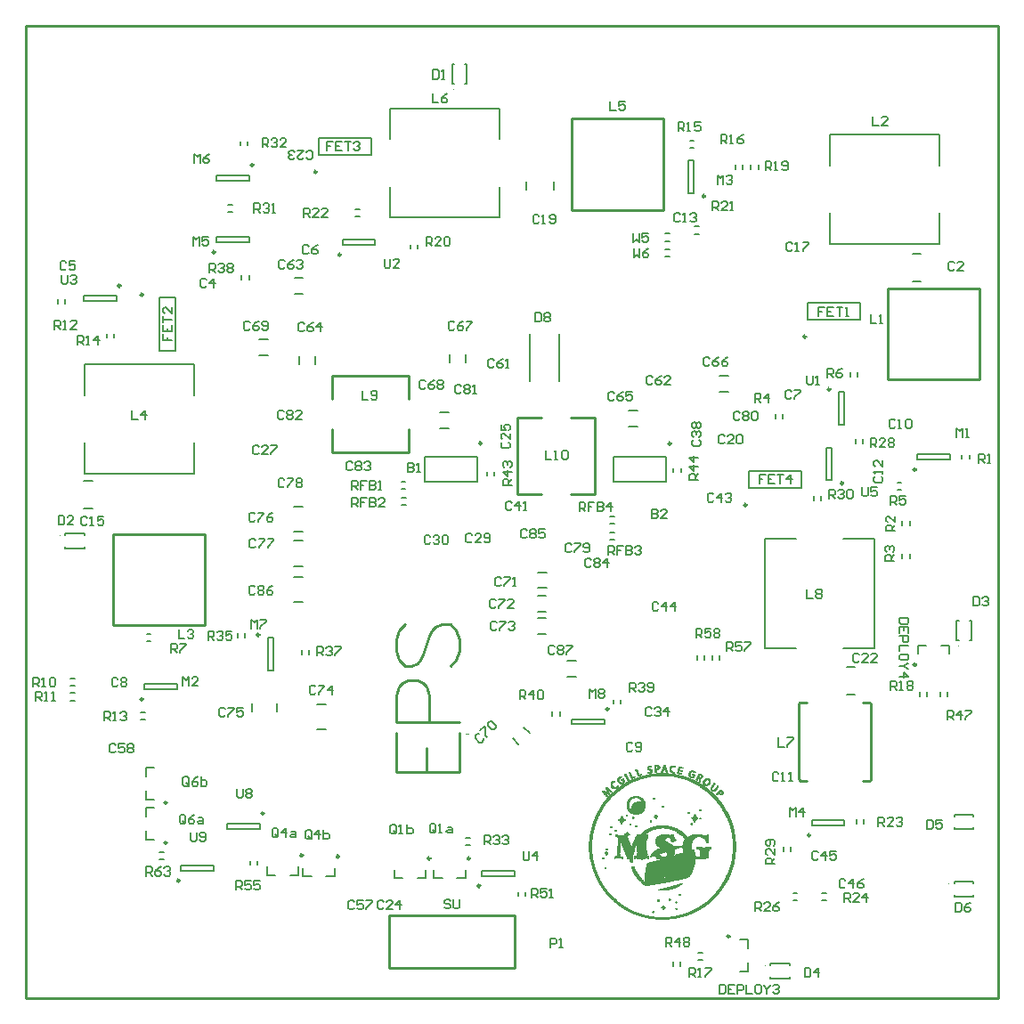
<source format=gbr>
%TF.GenerationSoftware,Altium Limited,Altium Designer,18.1.7 (191)*%
G04 Layer_Color=65535*
%FSLAX43Y43*%
%MOMM*%
%TF.FileFunction,Legend,Top*%
%TF.Part,Single*%
G01*
G75*
%TA.AperFunction,NonConductor*%
%ADD10C,0.254*%
%ADD73C,0.250*%
%ADD74C,0.200*%
%ADD75C,0.150*%
%ADD93C,0.100*%
%ADD94C,0.043*%
%ADD95C,0.051*%
D10*
X109075Y16600D02*
Y109100D01*
X16575Y16600D02*
Y109100D01*
Y16600D02*
X109075D01*
X16575Y109100D02*
X109075D01*
X68500Y91550D02*
X77200D01*
Y100250D01*
X68500D02*
X77200D01*
X68500Y91550D02*
Y100250D01*
X77200Y91550D02*
Y91550D01*
Y91550D02*
Y91650D01*
X68500Y91550D02*
Y91550D01*
X24900Y52050D02*
Y60750D01*
Y52050D02*
X33600D01*
Y60750D01*
X24900D02*
X33600D01*
X24900Y52050D02*
X24900D01*
X24900D02*
X25000D01*
X24900Y60750D02*
X24900D01*
X98550Y75425D02*
Y84125D01*
Y75425D02*
X98550D01*
X98550Y84125D02*
X98550D01*
X98550Y75425D02*
X107250D01*
X98550Y84125D02*
X107250D01*
X98550Y75425D02*
X98650D01*
X107250D02*
Y84125D01*
X96950Y37425D02*
Y44525D01*
X96825Y37300D02*
X96950Y37425D01*
X96200Y37300D02*
X96825D01*
X96950Y44525D02*
Y44600D01*
X96800Y44750D02*
X96950Y44600D01*
X96200Y44750D02*
X96800D01*
X90225Y37300D02*
X90825D01*
X90075Y37450D02*
X90225Y37300D01*
X90075Y37450D02*
Y37525D01*
X90200Y44750D02*
X90825D01*
X90075Y44625D02*
X90200Y44750D01*
X90075Y37525D02*
Y44625D01*
X45700Y73550D02*
Y75800D01*
Y68500D02*
Y70725D01*
X53000Y68500D02*
Y70750D01*
Y73550D02*
Y75800D01*
X45700D02*
X53000D01*
X45700Y68500D02*
X53000D01*
X63350Y64500D02*
X65600D01*
X68425D02*
X70650D01*
X68400Y71800D02*
X70650D01*
X63350D02*
X65600D01*
X63350Y64500D02*
Y71800D01*
X70650Y64500D02*
Y71800D01*
X51100Y19500D02*
X63100D01*
X51100D02*
Y24500D01*
X63100D01*
Y19500D02*
Y24500D01*
X51801Y41838D02*
Y38125D01*
X57800D01*
Y41838D01*
X54658Y38125D02*
Y40410D01*
X54943Y42838D02*
Y45409D01*
X54658Y46266D01*
X54372Y46552D01*
X53801Y46837D01*
X52944D01*
X52373Y46552D01*
X52087Y46266D01*
X51801Y45409D01*
Y42838D01*
X57800D01*
X52658Y52179D02*
X52087Y51608D01*
X51801Y50751D01*
Y49608D01*
X52087Y48751D01*
X52658Y48180D01*
X53230D01*
X53801Y48466D01*
X54087Y48751D01*
X54372Y49323D01*
X54943Y51037D01*
X55229Y51608D01*
X55515Y51893D01*
X56086Y52179D01*
X56943D01*
X57514Y51608D01*
X57800Y50751D01*
Y49608D01*
X57514Y48751D01*
X56943Y48180D01*
D73*
X77927Y69340D02*
G03*
X77927Y69340I-125J0D01*
G01*
X46375Y30075D02*
G03*
X46375Y30075I-125J0D01*
G01*
X55050Y29900D02*
G03*
X55050Y29900I-125J0D01*
G01*
X39225Y34175D02*
G03*
X39225Y34175I-125J0D01*
G01*
X42925Y30200D02*
G03*
X42925Y30200I-125J0D01*
G01*
X101225Y48300D02*
G03*
X101225Y48300I-125J0D01*
G01*
X83525Y22475D02*
G03*
X83525Y22475I-125J0D01*
G01*
X90770Y79500D02*
G03*
X90770Y79500I-125J0D01*
G01*
X85120Y63500D02*
G03*
X85120Y63500I-125J0D01*
G01*
X44245Y95175D02*
G03*
X44245Y95175I-125J0D01*
G01*
X27725Y83505D02*
G03*
X27725Y83505I-125J0D01*
G01*
X93075Y74500D02*
G03*
X93075Y74500I-125J0D01*
G01*
X58825Y29900D02*
G03*
X58825Y29900I-125J0D01*
G01*
X38225Y95825D02*
G03*
X38225Y95825I-125J0D01*
G01*
X34575Y87550D02*
G03*
X34575Y87550I-125J0D01*
G01*
X91175Y32100D02*
G03*
X91175Y32100I-125J0D01*
G01*
X81175Y92875D02*
G03*
X81175Y92875I-125J0D01*
G01*
X27725Y45025D02*
G03*
X27725Y45025I-125J0D01*
G01*
X101225Y66850D02*
G03*
X101225Y66850I-125J0D01*
G01*
X59927Y69365D02*
G03*
X59927Y69365I-125J0D01*
G01*
X46550Y87300D02*
G03*
X46550Y87300I-125J0D01*
G01*
X25600Y84350D02*
G03*
X25600Y84350I-125J0D01*
G01*
X59800Y27300D02*
G03*
X59800Y27300I-125J0D01*
G01*
X94300Y65575D02*
G03*
X94300Y65575I-125J0D01*
G01*
X38800Y51150D02*
G03*
X38800Y51150I-125J0D01*
G01*
X72000Y44100D02*
G03*
X72000Y44100I-125J0D01*
G01*
X30000Y31400D02*
G03*
X30000Y31400I-125J0D01*
G01*
Y35200D02*
G03*
X30000Y35200I-125J0D01*
G01*
X31200Y27800D02*
G03*
X31200Y27800I-125J0D01*
G01*
D74*
X42850Y49325D02*
Y49725D01*
X43550Y49325D02*
Y49725D01*
X72497Y65725D02*
Y68075D01*
X77497Y65725D02*
Y68075D01*
X72497Y65725D02*
X77497D01*
X72497Y68075D02*
X77497D01*
X45950Y28200D02*
Y29000D01*
X45150Y28200D02*
X45950D01*
X42950D02*
Y29000D01*
Y28200D02*
X43750D01*
X54625Y28025D02*
Y28825D01*
X53825Y28025D02*
X54625D01*
X51625D02*
Y28825D01*
Y28025D02*
X52425D01*
X81850Y48800D02*
Y49200D01*
X82550Y48800D02*
Y49200D01*
X35725Y32725D02*
X38825D01*
X35725Y33225D02*
X38825D01*
X35725Y32725D02*
Y33225D01*
X38825Y32725D02*
Y33225D01*
X37900Y29275D02*
Y29675D01*
X38600Y29275D02*
Y29675D01*
X42500Y28325D02*
Y29125D01*
X41700Y28325D02*
X42500D01*
X39500D02*
Y29125D01*
Y28325D02*
X40300D01*
X63400Y26325D02*
Y26725D01*
X64100Y26325D02*
Y26725D01*
X78800Y19675D02*
Y20075D01*
X78100Y19675D02*
Y20075D01*
X103500Y45325D02*
Y45725D01*
X104200Y45325D02*
Y45725D01*
X67325Y75300D02*
Y79800D01*
X64525Y75300D02*
Y79800D01*
X103600Y50175D02*
X104400D01*
Y49375D02*
Y50175D01*
X101400D02*
X102200D01*
X101400Y49375D02*
Y50175D01*
X85275Y19175D02*
Y19975D01*
X84475Y19175D02*
X85275D01*
Y21375D02*
Y22175D01*
X84475D02*
X85275D01*
X52300Y64200D02*
X52700D01*
X52300Y63500D02*
X52700D01*
X52275Y65050D02*
X52675D01*
X52275Y65750D02*
X52675D01*
X72125Y62400D02*
X72525D01*
X72125Y61700D02*
X72525D01*
X72125Y60175D02*
X72525D01*
X72125Y60875D02*
X72525D01*
X95950Y81150D02*
Y82750D01*
X90950Y81150D02*
Y82750D01*
X95950D01*
X90950Y81150D02*
X95950D01*
X90300Y65150D02*
Y66750D01*
X85300Y65150D02*
Y66750D01*
X90300D01*
X85300Y65150D02*
X90300D01*
X49425Y96825D02*
Y98425D01*
X44425Y96825D02*
Y98425D01*
X49425D01*
X44425Y96825D02*
X49425D01*
X29250Y78200D02*
X30850D01*
X29250Y83200D02*
X30850D01*
Y78200D02*
Y83200D01*
X29250Y78200D02*
Y83200D01*
X94400Y71125D02*
Y74225D01*
X93900Y71125D02*
Y74225D01*
Y71125D02*
X94400D01*
X93900Y74225D02*
X94400D01*
X67350Y43475D02*
Y43875D01*
X66650Y43475D02*
Y43875D01*
X72450Y44600D02*
Y45000D01*
X73150Y44600D02*
Y45000D01*
X37100Y84925D02*
Y85325D01*
X37800Y84925D02*
Y85325D01*
X37425Y50900D02*
Y51300D01*
X36725Y50900D02*
Y51300D01*
X58400Y31850D02*
X58800D01*
X58400Y31150D02*
X58800D01*
X36975Y97700D02*
Y98100D01*
X37675Y97700D02*
Y98100D01*
X92175Y63975D02*
Y64375D01*
X91475Y63975D02*
Y64375D01*
X88600Y30600D02*
Y31000D01*
X89300Y30600D02*
Y31000D01*
X95475Y69350D02*
Y69750D01*
X96175Y69350D02*
Y69750D01*
X89525Y26625D02*
X89925D01*
X89525Y25925D02*
X89925D01*
X92275Y26625D02*
X92675D01*
X92275Y25925D02*
X92675D01*
X95575Y33200D02*
Y33600D01*
X96275Y33200D02*
Y33600D01*
X101600Y45350D02*
Y45750D01*
X102300Y45350D02*
Y45750D01*
X80500Y20925D02*
X80900D01*
X80500Y20225D02*
X80900D01*
X53150Y87875D02*
Y88275D01*
X53850Y87875D02*
Y88275D01*
X86225Y95475D02*
Y95875D01*
X85525Y95475D02*
Y95875D01*
X84050Y95475D02*
Y95875D01*
X84750Y95475D02*
Y95875D01*
X79725Y97450D02*
X80125D01*
X79725Y98150D02*
X80125D01*
X24975Y79400D02*
Y79800D01*
X24275Y79400D02*
Y79800D01*
X27525Y43825D02*
X27925D01*
X27525Y43125D02*
X27925D01*
X20350Y82675D02*
Y83075D01*
X19650Y82675D02*
Y83075D01*
X28075Y51250D02*
X28475D01*
X28075Y50550D02*
X28475D01*
X94975Y75700D02*
Y76100D01*
X95675Y75700D02*
Y76100D01*
X99450Y65650D02*
X99850D01*
X99450Y64950D02*
X99850D01*
X87850Y71750D02*
Y72150D01*
X88550Y71750D02*
Y72150D01*
X99925Y58425D02*
Y58825D01*
X100625Y58425D02*
Y58825D01*
X99925Y61550D02*
Y61950D01*
X100625Y61550D02*
Y61950D01*
X105600Y67875D02*
Y68275D01*
X106300Y67875D02*
Y68275D01*
X58400Y28025D02*
Y28825D01*
X57600Y28025D02*
X58400D01*
X55400D02*
Y28825D01*
Y28025D02*
X56200D01*
X34725Y94375D02*
X37825D01*
X34725Y94875D02*
X37825D01*
X34725Y94375D02*
Y94875D01*
X37825Y94375D02*
Y94875D01*
X34725Y89000D02*
X37825D01*
X34725Y88500D02*
X37825D01*
Y89000D01*
X34725Y88500D02*
Y89000D01*
X91325Y33550D02*
X94425D01*
X91325Y33050D02*
X94425D01*
Y33550D01*
X91325Y33050D02*
Y33550D01*
X79600Y93150D02*
Y96250D01*
X80100Y93150D02*
Y96250D01*
X79600D02*
X80100D01*
X79600Y93150D02*
X80100D01*
X27875Y46475D02*
X30975D01*
X27875Y45975D02*
X30975D01*
Y46475D01*
X27875Y45975D02*
Y46475D01*
X101375Y68300D02*
X104475D01*
X101375Y67800D02*
X104475D01*
Y68300D01*
X101375Y67800D02*
Y68300D01*
X86875Y49900D02*
Y60300D01*
X97275Y49900D02*
Y60300D01*
X86875Y49900D02*
X89825D01*
X86875Y60300D02*
X89825D01*
X94325Y49900D02*
X97275D01*
X94325Y60300D02*
X97275D01*
X44300Y44575D02*
X45100D01*
X44300Y42175D02*
X45100D01*
X94650Y48100D02*
X95450D01*
X94650Y45500D02*
X95450D01*
X66750Y93475D02*
Y94275D01*
X64150Y93475D02*
Y94275D01*
X22100Y63200D02*
X22900D01*
X22100Y65800D02*
X22900D01*
X100875Y84800D02*
X101675D01*
X100875Y87400D02*
X101675D01*
X93025Y88325D02*
X103425D01*
X93025Y98725D02*
X103425D01*
Y88325D02*
Y91275D01*
X93025Y88325D02*
Y91275D01*
X103425Y95775D02*
Y98725D01*
X93025Y95775D02*
Y98725D01*
X22175Y76875D02*
X32575D01*
X22175Y66475D02*
X32575D01*
X22175Y73925D02*
Y76875D01*
X32575Y73925D02*
Y76875D01*
X22175Y66475D02*
Y69425D01*
X32575Y66475D02*
Y69425D01*
X51250Y90825D02*
X61650D01*
X51250Y101225D02*
X61650D01*
Y90825D02*
Y93775D01*
X51250Y90825D02*
Y93775D01*
X61650Y98275D02*
Y101225D01*
X51250Y98275D02*
Y101225D01*
X54497Y68100D02*
X59497D01*
X54497Y65750D02*
X59497D01*
Y68100D01*
X54497Y65750D02*
Y68100D01*
X46700Y88250D02*
Y88750D01*
X49800Y88250D02*
Y88750D01*
X46700Y88250D02*
X49800D01*
X46700Y88750D02*
X49800D01*
X25200Y82900D02*
Y83400D01*
X22100Y82900D02*
Y83400D01*
X25200D01*
X22100Y82900D02*
X25200D01*
X59950Y28250D02*
Y28750D01*
X63050Y28250D02*
Y28750D01*
X59950Y28250D02*
X63050D01*
X59950Y28750D02*
X63050D01*
X92725Y65850D02*
X93225D01*
X92725Y68950D02*
X93225D01*
Y65850D02*
Y68950D01*
X92725Y65850D02*
Y68950D01*
X20825Y47025D02*
X21225D01*
X20825Y46325D02*
X21225D01*
X20825Y44925D02*
X21225D01*
X20825Y45625D02*
X21225D01*
X80150Y89275D02*
X80550D01*
X80150Y89975D02*
X80550D01*
X47900Y90950D02*
X48300D01*
X47900Y91650D02*
X48300D01*
X35825Y92050D02*
X36225D01*
X35825Y91350D02*
X36225D01*
X20350Y60800D02*
X22150D01*
X20350Y59400D02*
X22150D01*
X20350Y60625D02*
Y60800D01*
X22150Y60625D02*
Y60800D01*
X20350Y59400D02*
Y59575D01*
X22150Y59400D02*
Y59575D01*
X87400Y19875D02*
X89200D01*
X87400Y18475D02*
X89200D01*
X87400Y19700D02*
Y19875D01*
X89200Y19700D02*
Y19875D01*
X87400Y18475D02*
Y18650D01*
X89200Y18475D02*
Y18650D01*
X104875Y34075D02*
X106675D01*
X104875Y32675D02*
X106675D01*
X104875Y33900D02*
Y34075D01*
X106675Y33900D02*
Y34075D01*
X104875Y32675D02*
Y32850D01*
X106675Y32675D02*
Y32850D01*
X104850Y27675D02*
X106650D01*
X104850Y26275D02*
X106650D01*
X104850Y27500D02*
Y27675D01*
X106650Y27500D02*
Y27675D01*
X104850Y26275D02*
Y26450D01*
X106650Y26275D02*
Y26450D01*
X39625Y50875D02*
X40125D01*
X39625Y47775D02*
X40125D01*
X39625D02*
Y50875D01*
X40125Y47775D02*
Y50875D01*
X60450Y66275D02*
Y66675D01*
X61150Y66275D02*
Y66675D01*
X78175Y66625D02*
Y67025D01*
X78875Y66625D02*
Y67025D01*
X57100Y103600D02*
Y105400D01*
X58500Y103600D02*
Y105400D01*
X57100Y103600D02*
X57275D01*
X57100Y105400D02*
X57275D01*
X58325Y103600D02*
X58500D01*
X58325Y105400D02*
X58500D01*
X105100Y50675D02*
Y52475D01*
X106500Y50675D02*
Y52475D01*
X105100Y50675D02*
X105275D01*
X105100Y52475D02*
X105275D01*
X106325Y50675D02*
X106500D01*
X106325Y52475D02*
X106500D01*
X68500Y42650D02*
X71600D01*
X68500Y43150D02*
X71600D01*
X68500Y42650D02*
Y43150D01*
X71600Y42650D02*
Y43150D01*
X80425Y48800D02*
Y49200D01*
X81125Y48800D02*
Y49200D01*
X28000Y33900D02*
Y34700D01*
X28800D01*
X28000Y31700D02*
Y32500D01*
Y31700D02*
X28800D01*
X28000Y37700D02*
Y38500D01*
X28800D01*
X28000Y35500D02*
Y36300D01*
Y35500D02*
X28800D01*
X29300Y29825D02*
X29700D01*
X29300Y30525D02*
X29700D01*
X31350Y29250D02*
X34450D01*
X31350Y28750D02*
X34450D01*
Y29250D01*
X31350Y28750D02*
Y29250D01*
X42150Y83575D02*
X42950D01*
X42150Y85075D02*
X42950D01*
X44100Y76875D02*
Y77675D01*
X42600Y76875D02*
Y77675D01*
X73925Y72475D02*
X74725D01*
X73925Y70975D02*
X74725D01*
X82550Y74300D02*
X83350D01*
X82550Y75800D02*
X83350D01*
X58375Y77025D02*
Y77825D01*
X56875Y77025D02*
Y77825D01*
X55962Y72300D02*
X56762D01*
X55962Y70800D02*
X56762D01*
X38800Y79225D02*
X39600D01*
X38800Y77725D02*
X39600D01*
X63922Y42388D02*
X64488Y41822D01*
X62862Y41328D02*
X63428Y40762D01*
X65275Y57100D02*
X66075D01*
X65275Y55600D02*
X66075D01*
X65250Y54850D02*
X66050D01*
X65250Y53350D02*
X66050D01*
X65225Y52725D02*
X66025D01*
X65225Y51225D02*
X66025D01*
X40450Y43850D02*
Y44650D01*
X38050Y43850D02*
Y44650D01*
X42075Y60975D02*
X42875D01*
X42075Y63375D02*
X42875D01*
X42100Y57700D02*
X42900D01*
X42100Y60100D02*
X42900D01*
X42100Y54275D02*
X42900D01*
X42100Y56675D02*
X42900D01*
X77400Y87850D02*
X77800D01*
X77400Y87150D02*
X77800D01*
X77400Y89300D02*
X77800D01*
X77400Y88600D02*
X77800D01*
X68100Y48675D02*
X68900D01*
X68100Y47175D02*
X68900D01*
D75*
X44300Y49175D02*
Y50025D01*
X44725D01*
X44866Y49883D01*
Y49600D01*
X44725Y49458D01*
X44300D01*
X44583D02*
X44866Y49175D01*
X45150Y49883D02*
X45291Y50025D01*
X45575D01*
X45716Y49883D01*
Y49741D01*
X45575Y49600D01*
X45433D01*
X45575D01*
X45716Y49458D01*
Y49317D01*
X45575Y49175D01*
X45291D01*
X45150Y49317D01*
X45999Y50025D02*
X46566D01*
Y49883D01*
X45999Y49317D01*
Y49175D01*
X76125Y63100D02*
Y62250D01*
X76550D01*
X76691Y62392D01*
Y62533D01*
X76550Y62675D01*
X76125D01*
X76550D01*
X76691Y62816D01*
Y62958D01*
X76550Y63100D01*
X76125D01*
X77541Y62250D02*
X76975D01*
X77541Y62816D01*
Y62958D01*
X77400Y63100D01*
X77116D01*
X76975Y62958D01*
X43741Y31867D02*
Y32433D01*
X43600Y32575D01*
X43317D01*
X43175Y32433D01*
Y31867D01*
X43317Y31725D01*
X43600D01*
X43458Y32008D02*
X43741Y31725D01*
X43600D02*
X43741Y31867D01*
X44450Y31725D02*
Y32575D01*
X44025Y32150D01*
X44591D01*
X44874Y32575D02*
Y31725D01*
X45299D01*
X45441Y31867D01*
Y32008D01*
Y32150D01*
X45299Y32291D01*
X44874D01*
X51816Y32392D02*
Y32958D01*
X51675Y33100D01*
X51392D01*
X51250Y32958D01*
Y32392D01*
X51392Y32250D01*
X51675D01*
X51533Y32533D02*
X51816Y32250D01*
X51675D02*
X51816Y32392D01*
X52100Y32250D02*
X52383D01*
X52241D01*
Y33100D01*
X52100Y32958D01*
X52808Y33100D02*
Y32250D01*
X53233D01*
X53374Y32392D01*
Y32533D01*
Y32675D01*
X53233Y32816D01*
X52808D01*
X83250Y49600D02*
Y50450D01*
X83675D01*
X83816Y50308D01*
Y50025D01*
X83675Y49883D01*
X83250D01*
X83533D02*
X83816Y49600D01*
X84666Y50450D02*
X84100D01*
Y50025D01*
X84383Y50166D01*
X84525D01*
X84666Y50025D01*
Y49742D01*
X84525Y49600D01*
X84241D01*
X84100Y49742D01*
X84949Y50450D02*
X85516D01*
Y50308D01*
X84949Y49742D01*
Y49600D01*
X66475Y21450D02*
Y22300D01*
X66900D01*
X67041Y22158D01*
Y21875D01*
X66900Y21733D01*
X66475D01*
X67325Y21450D02*
X67608D01*
X67466D01*
Y22300D01*
X67325Y22158D01*
X36675Y36500D02*
Y35792D01*
X36817Y35650D01*
X37100D01*
X37241Y35792D01*
Y36500D01*
X37525Y36358D02*
X37666Y36500D01*
X37950D01*
X38091Y36358D01*
Y36216D01*
X37950Y36075D01*
X38091Y35933D01*
Y35792D01*
X37950Y35650D01*
X37666D01*
X37525Y35792D01*
Y35933D01*
X37666Y36075D01*
X37525Y36216D01*
Y36358D01*
X37666Y36075D02*
X37950D01*
X36600Y26900D02*
Y27750D01*
X37025D01*
X37166Y27608D01*
Y27325D01*
X37025Y27183D01*
X36600D01*
X36883D02*
X37166Y26900D01*
X38016Y27750D02*
X37450D01*
Y27325D01*
X37733Y27466D01*
X37875D01*
X38016Y27325D01*
Y27042D01*
X37875Y26900D01*
X37591D01*
X37450Y27042D01*
X38866Y27750D02*
X38299D01*
Y27325D01*
X38583Y27466D01*
X38724D01*
X38866Y27325D01*
Y27042D01*
X38724Y26900D01*
X38441D01*
X38299Y27042D01*
X40566Y32042D02*
Y32608D01*
X40425Y32750D01*
X40142D01*
X40000Y32608D01*
Y32042D01*
X40142Y31900D01*
X40425D01*
X40283Y32183D02*
X40566Y31900D01*
X40425D02*
X40566Y32042D01*
X41275Y31900D02*
Y32750D01*
X40850Y32325D01*
X41416D01*
X41841Y32466D02*
X42124D01*
X42266Y32325D01*
Y31900D01*
X41841D01*
X41699Y32042D01*
X41841Y32183D01*
X42266D01*
X47816Y25758D02*
X47675Y25900D01*
X47392D01*
X47250Y25758D01*
Y25192D01*
X47392Y25050D01*
X47675D01*
X47816Y25192D01*
X48666Y25900D02*
X48100D01*
Y25475D01*
X48383Y25616D01*
X48525D01*
X48666Y25475D01*
Y25192D01*
X48525Y25050D01*
X48241D01*
X48100Y25192D01*
X48949Y25900D02*
X49516D01*
Y25758D01*
X48949Y25192D01*
Y25050D01*
X64700Y26175D02*
Y27025D01*
X65125D01*
X65266Y26883D01*
Y26600D01*
X65125Y26458D01*
X64700D01*
X64983D02*
X65266Y26175D01*
X66116Y27025D02*
X65550D01*
Y26600D01*
X65833Y26741D01*
X65975D01*
X66116Y26600D01*
Y26317D01*
X65975Y26175D01*
X65691D01*
X65550Y26317D01*
X66399Y26175D02*
X66683D01*
X66541D01*
Y27025D01*
X66399Y26883D01*
X77425Y21550D02*
Y22400D01*
X77850D01*
X77991Y22258D01*
Y21975D01*
X77850Y21833D01*
X77425D01*
X77708D02*
X77991Y21550D01*
X78700D02*
Y22400D01*
X78275Y21975D01*
X78841D01*
X79124Y22258D02*
X79266Y22400D01*
X79549D01*
X79691Y22258D01*
Y22116D01*
X79549Y21975D01*
X79691Y21833D01*
Y21692D01*
X79549Y21550D01*
X79266D01*
X79124Y21692D01*
Y21833D01*
X79266Y21975D01*
X79124Y22116D01*
Y22258D01*
X79266Y21975D02*
X79549D01*
X104225Y43100D02*
Y43950D01*
X104650D01*
X104791Y43808D01*
Y43525D01*
X104650Y43383D01*
X104225D01*
X104508D02*
X104791Y43100D01*
X105500D02*
Y43950D01*
X105075Y43525D01*
X105641D01*
X105924Y43950D02*
X106491D01*
Y43808D01*
X105924Y43242D01*
Y43100D01*
X65050Y81775D02*
Y80925D01*
X65475D01*
X65616Y81067D01*
Y81633D01*
X65475Y81775D01*
X65050D01*
X65900Y81633D02*
X66041Y81775D01*
X66325D01*
X66466Y81633D01*
Y81491D01*
X66325Y81350D01*
X66466Y81208D01*
Y81067D01*
X66325Y80925D01*
X66041D01*
X65900Y81067D01*
Y81208D01*
X66041Y81350D01*
X65900Y81491D01*
Y81633D01*
X66041Y81350D02*
X66325D01*
X100525Y52725D02*
X99675D01*
Y52300D01*
X99817Y52159D01*
X100383D01*
X100525Y52300D01*
Y52725D01*
Y51309D02*
Y51875D01*
X99675D01*
Y51309D01*
X100100Y51875D02*
Y51592D01*
X99675Y51026D02*
X100525D01*
Y50601D01*
X100383Y50459D01*
X100100D01*
X99958Y50601D01*
Y51026D01*
X100525Y50176D02*
X99675D01*
Y49609D01*
X100525Y48901D02*
Y49184D01*
X100383Y49326D01*
X99817D01*
X99675Y49184D01*
Y48901D01*
X99817Y48760D01*
X100383D01*
X100525Y48901D01*
Y48476D02*
X100383D01*
X100100Y48193D01*
X100383Y47910D01*
X100525D01*
X100100Y48193D02*
X99675D01*
Y47202D02*
X100525D01*
X100100Y47627D01*
Y47060D01*
X82525Y17900D02*
Y17050D01*
X82950D01*
X83091Y17192D01*
Y17758D01*
X82950Y17900D01*
X82525D01*
X83941D02*
X83375D01*
Y17050D01*
X83941D01*
X83375Y17475D02*
X83658D01*
X84224Y17050D02*
Y17900D01*
X84649D01*
X84791Y17758D01*
Y17475D01*
X84649Y17333D01*
X84224D01*
X85074Y17900D02*
Y17050D01*
X85641D01*
X86349Y17900D02*
X86066D01*
X85924Y17758D01*
Y17192D01*
X86066Y17050D01*
X86349D01*
X86490Y17192D01*
Y17758D01*
X86349Y17900D01*
X86774D02*
Y17758D01*
X87057Y17475D01*
X87340Y17758D01*
Y17900D01*
X87057Y17475D02*
Y17050D01*
X87623Y17758D02*
X87765Y17900D01*
X88048D01*
X88190Y17758D01*
Y17616D01*
X88048Y17475D01*
X87907D01*
X88048D01*
X88190Y17333D01*
Y17192D01*
X88048Y17050D01*
X87765D01*
X87623Y17192D01*
X47600Y63325D02*
Y64175D01*
X48025D01*
X48166Y64033D01*
Y63750D01*
X48025Y63608D01*
X47600D01*
X47883D02*
X48166Y63325D01*
X49016Y64175D02*
X48450D01*
Y63750D01*
X48733D01*
X48450D01*
Y63325D01*
X49299Y64175D02*
Y63325D01*
X49724D01*
X49866Y63467D01*
Y63608D01*
X49724Y63750D01*
X49299D01*
X49724D01*
X49866Y63891D01*
Y64033D01*
X49724Y64175D01*
X49299D01*
X50716Y63325D02*
X50149D01*
X50716Y63891D01*
Y64033D01*
X50574Y64175D01*
X50291D01*
X50149Y64033D01*
X47575Y64975D02*
Y65825D01*
X48000D01*
X48141Y65683D01*
Y65400D01*
X48000Y65258D01*
X47575D01*
X47858D02*
X48141Y64975D01*
X48991Y65825D02*
X48425D01*
Y65400D01*
X48708D01*
X48425D01*
Y64975D01*
X49274Y65825D02*
Y64975D01*
X49699D01*
X49841Y65117D01*
Y65258D01*
X49699Y65400D01*
X49274D01*
X49699D01*
X49841Y65541D01*
Y65683D01*
X49699Y65825D01*
X49274D01*
X50124Y64975D02*
X50407D01*
X50266D01*
Y65825D01*
X50124Y65683D01*
X69225Y62925D02*
Y63775D01*
X69650D01*
X69791Y63633D01*
Y63350D01*
X69650Y63208D01*
X69225D01*
X69508D02*
X69791Y62925D01*
X70641Y63775D02*
X70075D01*
Y63350D01*
X70358D01*
X70075D01*
Y62925D01*
X70924Y63775D02*
Y62925D01*
X71349D01*
X71491Y63067D01*
Y63208D01*
X71349Y63350D01*
X70924D01*
X71349D01*
X71491Y63491D01*
Y63633D01*
X71349Y63775D01*
X70924D01*
X72199Y62925D02*
Y63775D01*
X71774Y63350D01*
X72341D01*
X71975Y58775D02*
Y59625D01*
X72400D01*
X72541Y59483D01*
Y59200D01*
X72400Y59058D01*
X71975D01*
X72258D02*
X72541Y58775D01*
X73391Y59625D02*
X72825D01*
Y59200D01*
X73108D01*
X72825D01*
Y58775D01*
X73674Y59625D02*
Y58775D01*
X74099D01*
X74241Y58917D01*
Y59058D01*
X74099Y59200D01*
X73674D01*
X74099D01*
X74241Y59341D01*
Y59483D01*
X74099Y59625D01*
X73674D01*
X74524Y59483D02*
X74666Y59625D01*
X74949D01*
X75091Y59483D01*
Y59341D01*
X74949Y59200D01*
X74807D01*
X74949D01*
X75091Y59058D01*
Y58917D01*
X74949Y58775D01*
X74666D01*
X74524Y58917D01*
X76716Y54158D02*
X76575Y54300D01*
X76292D01*
X76150Y54158D01*
Y53592D01*
X76292Y53450D01*
X76575D01*
X76716Y53592D01*
X77425Y53450D02*
Y54300D01*
X77000Y53875D01*
X77566D01*
X78274Y53450D02*
Y54300D01*
X77849Y53875D01*
X78416D01*
X81966Y64508D02*
X81825Y64650D01*
X81542D01*
X81400Y64508D01*
Y63942D01*
X81542Y63800D01*
X81825D01*
X81966Y63942D01*
X82675Y63800D02*
Y64650D01*
X82250Y64225D01*
X82816D01*
X83099Y64508D02*
X83241Y64650D01*
X83524D01*
X83666Y64508D01*
Y64366D01*
X83524Y64225D01*
X83383D01*
X83524D01*
X83666Y64083D01*
Y63942D01*
X83524Y63800D01*
X83241D01*
X83099Y63942D01*
X80067Y69666D02*
X79925Y69525D01*
Y69242D01*
X80067Y69100D01*
X80633D01*
X80775Y69242D01*
Y69525D01*
X80633Y69666D01*
X80067Y69950D02*
X79925Y70091D01*
Y70375D01*
X80067Y70516D01*
X80209D01*
X80350Y70375D01*
Y70233D01*
Y70375D01*
X80492Y70516D01*
X80633D01*
X80775Y70375D01*
Y70091D01*
X80633Y69950D01*
X80067Y70799D02*
X79925Y70941D01*
Y71224D01*
X80067Y71366D01*
X80209D01*
X80350Y71224D01*
X80492Y71366D01*
X80633D01*
X80775Y71224D01*
Y70941D01*
X80633Y70799D01*
X80492D01*
X80350Y70941D01*
X80209Y70799D01*
X80067D01*
X80350Y70941D02*
Y71224D01*
X55041Y60483D02*
X54900Y60625D01*
X54617D01*
X54475Y60483D01*
Y59917D01*
X54617Y59775D01*
X54900D01*
X55041Y59917D01*
X55325Y60483D02*
X55466Y60625D01*
X55750D01*
X55891Y60483D01*
Y60341D01*
X55750Y60200D01*
X55608D01*
X55750D01*
X55891Y60058D01*
Y59917D01*
X55750Y59775D01*
X55466D01*
X55325Y59917D01*
X56174Y60483D02*
X56316Y60625D01*
X56599D01*
X56741Y60483D01*
Y59917D01*
X56599Y59775D01*
X56316D01*
X56174Y59917D01*
Y60483D01*
X59016Y60633D02*
X58875Y60775D01*
X58592D01*
X58450Y60633D01*
Y60067D01*
X58592Y59925D01*
X58875D01*
X59016Y60067D01*
X59866Y59925D02*
X59300D01*
X59866Y60491D01*
Y60633D01*
X59725Y60775D01*
X59441D01*
X59300Y60633D01*
X60149Y60067D02*
X60291Y59925D01*
X60574D01*
X60716Y60067D01*
Y60633D01*
X60574Y60775D01*
X60291D01*
X60149Y60633D01*
Y60491D01*
X60291Y60350D01*
X60716D01*
X61917Y69466D02*
X61775Y69325D01*
Y69042D01*
X61917Y68900D01*
X62483D01*
X62625Y69042D01*
Y69325D01*
X62483Y69466D01*
X62625Y70316D02*
Y69750D01*
X62059Y70316D01*
X61917D01*
X61775Y70175D01*
Y69891D01*
X61917Y69750D01*
X61775Y71166D02*
Y70599D01*
X62200D01*
X62059Y70883D01*
Y71024D01*
X62200Y71166D01*
X62483D01*
X62625Y71024D01*
Y70741D01*
X62483Y70599D01*
X92541Y82350D02*
X91975D01*
Y81925D01*
X92258D01*
X91975D01*
Y81500D01*
X93391Y82350D02*
X92825D01*
Y81500D01*
X93391D01*
X92825Y81925D02*
X93108D01*
X93674Y82350D02*
X94241D01*
X93958D01*
Y81500D01*
X94524D02*
X94807D01*
X94666D01*
Y82350D01*
X94524Y82208D01*
X86916Y66400D02*
X86350D01*
Y65975D01*
X86633D01*
X86350D01*
Y65550D01*
X87766Y66400D02*
X87200D01*
Y65550D01*
X87766D01*
X87200Y65975D02*
X87483D01*
X88049Y66400D02*
X88616D01*
X88333D01*
Y65550D01*
X89324D02*
Y66400D01*
X88899Y65975D01*
X89466D01*
X45791Y98050D02*
X45225D01*
Y97625D01*
X45508D01*
X45225D01*
Y97200D01*
X46641Y98050D02*
X46075D01*
Y97200D01*
X46641D01*
X46075Y97625D02*
X46358D01*
X46924Y98050D02*
X47491D01*
X47208D01*
Y97200D01*
X47774Y97908D02*
X47916Y98050D01*
X48199D01*
X48341Y97908D01*
Y97766D01*
X48199Y97625D01*
X48057D01*
X48199D01*
X48341Y97483D01*
Y97342D01*
X48199Y97200D01*
X47916D01*
X47774Y97342D01*
X29625Y79741D02*
Y79175D01*
X30050D01*
Y79458D01*
Y79175D01*
X30475D01*
X29625Y80591D02*
Y80025D01*
X30475D01*
Y80591D01*
X30050Y80025D02*
Y80308D01*
X29625Y80874D02*
Y81441D01*
Y81158D01*
X30475D01*
Y82291D02*
Y81724D01*
X29909Y82291D01*
X29767D01*
X29625Y82149D01*
Y81866D01*
X29767Y81724D01*
X90875Y75800D02*
Y75092D01*
X91017Y74950D01*
X91300D01*
X91441Y75092D01*
Y75800D01*
X91725Y74950D02*
X92008D01*
X91866D01*
Y75800D01*
X91725Y75658D01*
X78791Y91108D02*
X78650Y91250D01*
X78367D01*
X78225Y91108D01*
Y90542D01*
X78367Y90400D01*
X78650D01*
X78791Y90542D01*
X79075Y90400D02*
X79358D01*
X79216D01*
Y91250D01*
X79075Y91108D01*
X79783D02*
X79924Y91250D01*
X80208D01*
X80349Y91108D01*
Y90966D01*
X80208Y90825D01*
X80066D01*
X80208D01*
X80349Y90683D01*
Y90542D01*
X80208Y90400D01*
X79924D01*
X79783Y90542D01*
X97367Y66191D02*
X97225Y66050D01*
Y65767D01*
X97367Y65625D01*
X97933D01*
X98075Y65767D01*
Y66050D01*
X97933Y66191D01*
X98075Y66475D02*
Y66758D01*
Y66616D01*
X97225D01*
X97367Y66475D01*
X98075Y67749D02*
Y67183D01*
X97509Y67749D01*
X97367D01*
X97225Y67608D01*
Y67324D01*
X97367Y67183D01*
X88166Y37958D02*
X88025Y38100D01*
X87742D01*
X87600Y37958D01*
Y37392D01*
X87742Y37250D01*
X88025D01*
X88166Y37392D01*
X88450Y37250D02*
X88733D01*
X88591D01*
Y38100D01*
X88450Y37958D01*
X89158Y37250D02*
X89441D01*
X89299D01*
Y38100D01*
X89158Y37958D01*
X99241Y71533D02*
X99100Y71675D01*
X98817D01*
X98675Y71533D01*
Y70967D01*
X98817Y70825D01*
X99100D01*
X99241Y70967D01*
X99525Y70825D02*
X99808D01*
X99666D01*
Y71675D01*
X99525Y71533D01*
X100233D02*
X100374Y71675D01*
X100658D01*
X100799Y71533D01*
Y70967D01*
X100658Y70825D01*
X100374D01*
X100233Y70967D01*
Y71533D01*
X25341Y46958D02*
X25200Y47100D01*
X24917D01*
X24775Y46958D01*
Y46392D01*
X24917Y46250D01*
X25200D01*
X25341Y46392D01*
X25625Y46958D02*
X25766Y47100D01*
X26050D01*
X26191Y46958D01*
Y46816D01*
X26050Y46675D01*
X26191Y46533D01*
Y46392D01*
X26050Y46250D01*
X25766D01*
X25625Y46392D01*
Y46533D01*
X25766Y46675D01*
X25625Y46816D01*
Y46958D01*
X25766Y46675D02*
X26050D01*
X89366Y74308D02*
X89225Y74450D01*
X88942D01*
X88800Y74308D01*
Y73742D01*
X88942Y73600D01*
X89225D01*
X89366Y73742D01*
X89650Y74450D02*
X90216D01*
Y74308D01*
X89650Y73742D01*
Y73600D01*
X43466Y88083D02*
X43325Y88225D01*
X43042D01*
X42900Y88083D01*
Y87517D01*
X43042Y87375D01*
X43325D01*
X43466Y87517D01*
X44316Y88225D02*
X44033Y88083D01*
X43750Y87800D01*
Y87517D01*
X43891Y87375D01*
X44175D01*
X44316Y87517D01*
Y87658D01*
X44175Y87800D01*
X43750D01*
X20416Y86558D02*
X20275Y86700D01*
X19992D01*
X19850Y86558D01*
Y85992D01*
X19992Y85850D01*
X20275D01*
X20416Y85992D01*
X21266Y86700D02*
X20700D01*
Y86275D01*
X20983Y86416D01*
X21125D01*
X21266Y86275D01*
Y85992D01*
X21125Y85850D01*
X20841D01*
X20700Y85992D01*
X63550Y45025D02*
Y45875D01*
X63975D01*
X64116Y45733D01*
Y45450D01*
X63975Y45308D01*
X63550D01*
X63833D02*
X64116Y45025D01*
X64825D02*
Y45875D01*
X64400Y45450D01*
X64966D01*
X65249Y45733D02*
X65391Y45875D01*
X65674D01*
X65816Y45733D01*
Y45167D01*
X65674Y45025D01*
X65391D01*
X65249Y45167D01*
Y45733D01*
X74000Y45750D02*
Y46600D01*
X74425D01*
X74566Y46458D01*
Y46175D01*
X74425Y46033D01*
X74000D01*
X74283D02*
X74566Y45750D01*
X74850Y46458D02*
X74991Y46600D01*
X75275D01*
X75416Y46458D01*
Y46316D01*
X75275Y46175D01*
X75133D01*
X75275D01*
X75416Y46033D01*
Y45892D01*
X75275Y45750D01*
X74991D01*
X74850Y45892D01*
X75699D02*
X75841Y45750D01*
X76124D01*
X76266Y45892D01*
Y46458D01*
X76124Y46600D01*
X75841D01*
X75699Y46458D01*
Y46316D01*
X75841Y46175D01*
X76266D01*
X34025Y85625D02*
Y86475D01*
X34450D01*
X34591Y86333D01*
Y86050D01*
X34450Y85908D01*
X34025D01*
X34308D02*
X34591Y85625D01*
X34875Y86333D02*
X35016Y86475D01*
X35300D01*
X35441Y86333D01*
Y86191D01*
X35300Y86050D01*
X35158D01*
X35300D01*
X35441Y85908D01*
Y85767D01*
X35300Y85625D01*
X35016D01*
X34875Y85767D01*
X35724Y86333D02*
X35866Y86475D01*
X36149D01*
X36291Y86333D01*
Y86191D01*
X36149Y86050D01*
X36291Y85908D01*
Y85767D01*
X36149Y85625D01*
X35866D01*
X35724Y85767D01*
Y85908D01*
X35866Y86050D01*
X35724Y86191D01*
Y86333D01*
X35866Y86050D02*
X36149D01*
X33900Y50675D02*
Y51525D01*
X34325D01*
X34466Y51383D01*
Y51100D01*
X34325Y50958D01*
X33900D01*
X34183D02*
X34466Y50675D01*
X34750Y51383D02*
X34891Y51525D01*
X35175D01*
X35316Y51383D01*
Y51241D01*
X35175Y51100D01*
X35033D01*
X35175D01*
X35316Y50958D01*
Y50817D01*
X35175Y50675D01*
X34891D01*
X34750Y50817D01*
X36166Y51525D02*
X35599D01*
Y51100D01*
X35883Y51241D01*
X36024D01*
X36166Y51100D01*
Y50817D01*
X36024Y50675D01*
X35741D01*
X35599Y50817D01*
X60175Y31225D02*
Y32075D01*
X60600D01*
X60741Y31933D01*
Y31650D01*
X60600Y31508D01*
X60175D01*
X60458D02*
X60741Y31225D01*
X61025Y31933D02*
X61166Y32075D01*
X61450D01*
X61591Y31933D01*
Y31791D01*
X61450Y31650D01*
X61308D01*
X61450D01*
X61591Y31508D01*
Y31367D01*
X61450Y31225D01*
X61166D01*
X61025Y31367D01*
X61874Y31933D02*
X62016Y32075D01*
X62299D01*
X62441Y31933D01*
Y31791D01*
X62299Y31650D01*
X62158D01*
X62299D01*
X62441Y31508D01*
Y31367D01*
X62299Y31225D01*
X62016D01*
X61874Y31367D01*
X39075Y97525D02*
Y98375D01*
X39500D01*
X39641Y98233D01*
Y97950D01*
X39500Y97808D01*
X39075D01*
X39358D02*
X39641Y97525D01*
X39925Y98233D02*
X40066Y98375D01*
X40350D01*
X40491Y98233D01*
Y98091D01*
X40350Y97950D01*
X40208D01*
X40350D01*
X40491Y97808D01*
Y97667D01*
X40350Y97525D01*
X40066D01*
X39925Y97667D01*
X41341Y97525D02*
X40774D01*
X41341Y98091D01*
Y98233D01*
X41199Y98375D01*
X40916D01*
X40774Y98233D01*
X92950Y64125D02*
Y64975D01*
X93375D01*
X93516Y64833D01*
Y64550D01*
X93375Y64408D01*
X92950D01*
X93233D02*
X93516Y64125D01*
X93800Y64833D02*
X93941Y64975D01*
X94225D01*
X94366Y64833D01*
Y64691D01*
X94225Y64550D01*
X94083D01*
X94225D01*
X94366Y64408D01*
Y64267D01*
X94225Y64125D01*
X93941D01*
X93800Y64267D01*
X94649Y64833D02*
X94791Y64975D01*
X95074D01*
X95216Y64833D01*
Y64267D01*
X95074Y64125D01*
X94791D01*
X94649Y64267D01*
Y64833D01*
X87825Y29375D02*
X86975D01*
Y29800D01*
X87117Y29941D01*
X87400D01*
X87542Y29800D01*
Y29375D01*
Y29658D02*
X87825Y29941D01*
Y30791D02*
Y30225D01*
X87259Y30791D01*
X87117D01*
X86975Y30650D01*
Y30366D01*
X87117Y30225D01*
X87683Y31074D02*
X87825Y31216D01*
Y31499D01*
X87683Y31641D01*
X87117D01*
X86975Y31499D01*
Y31216D01*
X87117Y31074D01*
X87259D01*
X87400Y31216D01*
Y31641D01*
X96900Y69025D02*
Y69875D01*
X97325D01*
X97466Y69733D01*
Y69450D01*
X97325Y69308D01*
X96900D01*
X97183D02*
X97466Y69025D01*
X98316D02*
X97750D01*
X98316Y69591D01*
Y69733D01*
X98175Y69875D01*
X97891D01*
X97750Y69733D01*
X98599D02*
X98741Y69875D01*
X99024D01*
X99166Y69733D01*
Y69591D01*
X99024Y69450D01*
X99166Y69308D01*
Y69167D01*
X99024Y69025D01*
X98741D01*
X98599Y69167D01*
Y69308D01*
X98741Y69450D01*
X98599Y69591D01*
Y69733D01*
X98741Y69450D02*
X99024D01*
X85950Y24875D02*
Y25725D01*
X86375D01*
X86516Y25583D01*
Y25300D01*
X86375Y25158D01*
X85950D01*
X86233D02*
X86516Y24875D01*
X87366D02*
X86800D01*
X87366Y25441D01*
Y25583D01*
X87225Y25725D01*
X86941D01*
X86800Y25583D01*
X88216Y25725D02*
X87933Y25583D01*
X87649Y25300D01*
Y25017D01*
X87791Y24875D01*
X88074D01*
X88216Y25017D01*
Y25158D01*
X88074Y25300D01*
X87649D01*
X94425Y25775D02*
Y26625D01*
X94850D01*
X94991Y26483D01*
Y26200D01*
X94850Y26058D01*
X94425D01*
X94708D02*
X94991Y25775D01*
X95841D02*
X95275D01*
X95841Y26341D01*
Y26483D01*
X95700Y26625D01*
X95416D01*
X95275Y26483D01*
X96549Y25775D02*
Y26625D01*
X96124Y26200D01*
X96691D01*
X97650Y32975D02*
Y33825D01*
X98075D01*
X98216Y33683D01*
Y33400D01*
X98075Y33258D01*
X97650D01*
X97933D02*
X98216Y32975D01*
X99066D02*
X98500D01*
X99066Y33541D01*
Y33683D01*
X98925Y33825D01*
X98641D01*
X98500Y33683D01*
X99349D02*
X99491Y33825D01*
X99774D01*
X99916Y33683D01*
Y33541D01*
X99774Y33400D01*
X99633D01*
X99774D01*
X99916Y33258D01*
Y33117D01*
X99774Y32975D01*
X99491D01*
X99349Y33117D01*
X98825Y45925D02*
Y46775D01*
X99250D01*
X99391Y46633D01*
Y46350D01*
X99250Y46208D01*
X98825D01*
X99108D02*
X99391Y45925D01*
X99675D02*
X99958D01*
X99816D01*
Y46775D01*
X99675Y46633D01*
X100383D02*
X100524Y46775D01*
X100808D01*
X100949Y46633D01*
Y46491D01*
X100808Y46350D01*
X100949Y46208D01*
Y46067D01*
X100808Y45925D01*
X100524D01*
X100383Y46067D01*
Y46208D01*
X100524Y46350D01*
X100383Y46491D01*
Y46633D01*
X100524Y46350D02*
X100808D01*
X79650Y18600D02*
Y19450D01*
X80075D01*
X80216Y19308D01*
Y19025D01*
X80075Y18883D01*
X79650D01*
X79933D02*
X80216Y18600D01*
X80500D02*
X80783D01*
X80641D01*
Y19450D01*
X80500Y19308D01*
X81208Y19450D02*
X81774D01*
Y19308D01*
X81208Y18742D01*
Y18600D01*
X54650Y88150D02*
Y89000D01*
X55075D01*
X55216Y88858D01*
Y88575D01*
X55075Y88433D01*
X54650D01*
X54933D02*
X55216Y88150D01*
X56066D02*
X55500D01*
X56066Y88716D01*
Y88858D01*
X55925Y89000D01*
X55641D01*
X55500Y88858D01*
X56349D02*
X56491Y89000D01*
X56774D01*
X56916Y88858D01*
Y88292D01*
X56774Y88150D01*
X56491D01*
X56349Y88292D01*
Y88858D01*
X86900Y95325D02*
Y96175D01*
X87325D01*
X87466Y96033D01*
Y95750D01*
X87325Y95608D01*
X86900D01*
X87183D02*
X87466Y95325D01*
X87750D02*
X88033D01*
X87891D01*
Y96175D01*
X87750Y96033D01*
X88458Y95467D02*
X88599Y95325D01*
X88883D01*
X89024Y95467D01*
Y96033D01*
X88883Y96175D01*
X88599D01*
X88458Y96033D01*
Y95891D01*
X88599Y95750D01*
X89024D01*
X82675Y97850D02*
Y98700D01*
X83100D01*
X83241Y98558D01*
Y98275D01*
X83100Y98133D01*
X82675D01*
X82958D02*
X83241Y97850D01*
X83525D02*
X83808D01*
X83666D01*
Y98700D01*
X83525Y98558D01*
X84799Y98700D02*
X84516Y98558D01*
X84233Y98275D01*
Y97992D01*
X84374Y97850D01*
X84658D01*
X84799Y97992D01*
Y98133D01*
X84658Y98275D01*
X84233D01*
X78625Y99050D02*
Y99900D01*
X79050D01*
X79191Y99758D01*
Y99475D01*
X79050Y99333D01*
X78625D01*
X78908D02*
X79191Y99050D01*
X79475D02*
X79758D01*
X79616D01*
Y99900D01*
X79475Y99758D01*
X80749Y99900D02*
X80183D01*
Y99475D01*
X80466Y99616D01*
X80608D01*
X80749Y99475D01*
Y99192D01*
X80608Y99050D01*
X80324D01*
X80183Y99192D01*
X21500Y78750D02*
Y79600D01*
X21925D01*
X22066Y79458D01*
Y79175D01*
X21925Y79033D01*
X21500D01*
X21783D02*
X22066Y78750D01*
X22350D02*
X22633D01*
X22491D01*
Y79600D01*
X22350Y79458D01*
X23483Y78750D02*
Y79600D01*
X23058Y79175D01*
X23624D01*
X24025Y43000D02*
Y43850D01*
X24450D01*
X24591Y43708D01*
Y43425D01*
X24450Y43283D01*
X24025D01*
X24308D02*
X24591Y43000D01*
X24875D02*
X25158D01*
X25016D01*
Y43850D01*
X24875Y43708D01*
X25583D02*
X25724Y43850D01*
X26008D01*
X26149Y43708D01*
Y43566D01*
X26008Y43425D01*
X25866D01*
X26008D01*
X26149Y43283D01*
Y43142D01*
X26008Y43000D01*
X25724D01*
X25583Y43142D01*
X19300Y80225D02*
Y81075D01*
X19725D01*
X19866Y80933D01*
Y80650D01*
X19725Y80508D01*
X19300D01*
X19583D02*
X19866Y80225D01*
X20150D02*
X20433D01*
X20291D01*
Y81075D01*
X20150Y80933D01*
X21424Y80225D02*
X20858D01*
X21424Y80791D01*
Y80933D01*
X21283Y81075D01*
X20999D01*
X20858Y80933D01*
X30375Y49475D02*
Y50325D01*
X30800D01*
X30941Y50183D01*
Y49900D01*
X30800Y49758D01*
X30375D01*
X30658D02*
X30941Y49475D01*
X31225Y50325D02*
X31791D01*
Y50183D01*
X31225Y49617D01*
Y49475D01*
X92775Y75650D02*
Y76500D01*
X93200D01*
X93341Y76358D01*
Y76075D01*
X93200Y75933D01*
X92775D01*
X93058D02*
X93341Y75650D01*
X94191Y76500D02*
X93908Y76358D01*
X93625Y76075D01*
Y75792D01*
X93766Y75650D01*
X94050D01*
X94191Y75792D01*
Y75933D01*
X94050Y76075D01*
X93625D01*
X98825Y63500D02*
Y64350D01*
X99250D01*
X99391Y64208D01*
Y63925D01*
X99250Y63783D01*
X98825D01*
X99108D02*
X99391Y63500D01*
X100241Y64350D02*
X99675D01*
Y63925D01*
X99958Y64066D01*
X100100D01*
X100241Y63925D01*
Y63642D01*
X100100Y63500D01*
X99816D01*
X99675Y63642D01*
X85900Y73275D02*
Y74125D01*
X86325D01*
X86466Y73983D01*
Y73700D01*
X86325Y73558D01*
X85900D01*
X86183D02*
X86466Y73275D01*
X87175D02*
Y74125D01*
X86750Y73700D01*
X87316D01*
X99175Y58175D02*
X98325D01*
Y58600D01*
X98467Y58741D01*
X98750D01*
X98892Y58600D01*
Y58175D01*
Y58458D02*
X99175Y58741D01*
X98467Y59025D02*
X98325Y59166D01*
Y59450D01*
X98467Y59591D01*
X98609D01*
X98750Y59450D01*
Y59308D01*
Y59450D01*
X98892Y59591D01*
X99033D01*
X99175Y59450D01*
Y59166D01*
X99033Y59025D01*
X99225Y61025D02*
X98375D01*
Y61450D01*
X98517Y61591D01*
X98800D01*
X98942Y61450D01*
Y61025D01*
Y61308D02*
X99225Y61591D01*
Y62441D02*
Y61875D01*
X98659Y62441D01*
X98517D01*
X98375Y62300D01*
Y62016D01*
X98517Y61875D01*
X107175Y67525D02*
Y68375D01*
X107600D01*
X107741Y68233D01*
Y67950D01*
X107600Y67808D01*
X107175D01*
X107458D02*
X107741Y67525D01*
X108025D02*
X108308D01*
X108166D01*
Y68375D01*
X108025Y68233D01*
X55566Y32467D02*
Y33033D01*
X55425Y33175D01*
X55142D01*
X55000Y33033D01*
Y32467D01*
X55142Y32325D01*
X55425D01*
X55283Y32608D02*
X55566Y32325D01*
X55425D02*
X55566Y32467D01*
X55850Y32325D02*
X56133D01*
X55991D01*
Y33175D01*
X55850Y33033D01*
X56699Y32891D02*
X56983D01*
X57124Y32750D01*
Y32325D01*
X56699D01*
X56558Y32467D01*
X56699Y32608D01*
X57124D01*
X32600Y96025D02*
Y96875D01*
X32883Y96591D01*
X33166Y96875D01*
Y96025D01*
X34016Y96875D02*
X33733Y96733D01*
X33450Y96450D01*
Y96167D01*
X33591Y96025D01*
X33875D01*
X34016Y96167D01*
Y96308D01*
X33875Y96450D01*
X33450D01*
X32500Y88175D02*
Y89025D01*
X32783Y88741D01*
X33066Y89025D01*
Y88175D01*
X33916Y89025D02*
X33350D01*
Y88600D01*
X33633Y88741D01*
X33775D01*
X33916Y88600D01*
Y88317D01*
X33775Y88175D01*
X33491D01*
X33350Y88317D01*
X89225Y33900D02*
Y34750D01*
X89508Y34466D01*
X89791Y34750D01*
Y33900D01*
X90500D02*
Y34750D01*
X90075Y34325D01*
X90641D01*
X82350Y94025D02*
Y94875D01*
X82633Y94591D01*
X82916Y94875D01*
Y94025D01*
X83200Y94733D02*
X83341Y94875D01*
X83625D01*
X83766Y94733D01*
Y94591D01*
X83625Y94450D01*
X83483D01*
X83625D01*
X83766Y94308D01*
Y94167D01*
X83625Y94025D01*
X83341D01*
X83200Y94167D01*
X31525Y46300D02*
Y47150D01*
X31808Y46866D01*
X32091Y47150D01*
Y46300D01*
X32941D02*
X32375D01*
X32941Y46866D01*
Y47008D01*
X32800Y47150D01*
X32516D01*
X32375Y47008D01*
X105100Y69975D02*
Y70825D01*
X105383Y70541D01*
X105666Y70825D01*
Y69975D01*
X105950D02*
X106233D01*
X106091D01*
Y70825D01*
X105950Y70683D01*
X90875Y55500D02*
Y54650D01*
X91441D01*
X91725Y55358D02*
X91866Y55500D01*
X92150D01*
X92291Y55358D01*
Y55216D01*
X92150Y55075D01*
X92291Y54933D01*
Y54792D01*
X92150Y54650D01*
X91866D01*
X91725Y54792D01*
Y54933D01*
X91866Y55075D01*
X91725Y55216D01*
Y55358D01*
X91866Y55075D02*
X92150D01*
X72136Y101891D02*
Y101041D01*
X72702D01*
X73552Y101891D02*
X72986D01*
Y101466D01*
X73269Y101608D01*
X73411D01*
X73552Y101466D01*
Y101183D01*
X73411Y101041D01*
X73127D01*
X72986Y101183D01*
X31125Y51675D02*
Y50825D01*
X31691D01*
X31975Y51533D02*
X32116Y51675D01*
X32400D01*
X32541Y51533D01*
Y51391D01*
X32400Y51250D01*
X32258D01*
X32400D01*
X32541Y51108D01*
Y50967D01*
X32400Y50825D01*
X32116D01*
X31975Y50967D01*
X96900Y81625D02*
Y80775D01*
X97466D01*
X97750D02*
X98033D01*
X97891D01*
Y81625D01*
X97750Y81483D01*
X62791Y63708D02*
X62650Y63850D01*
X62367D01*
X62225Y63708D01*
Y63142D01*
X62367Y63000D01*
X62650D01*
X62791Y63142D01*
X63500Y63000D02*
Y63850D01*
X63075Y63425D01*
X63641D01*
X63924Y63000D02*
X64208D01*
X64066D01*
Y63850D01*
X63924Y63708D01*
X94516Y27783D02*
X94375Y27925D01*
X94092D01*
X93950Y27783D01*
Y27217D01*
X94092Y27075D01*
X94375D01*
X94516Y27217D01*
X95225Y27075D02*
Y27925D01*
X94800Y27500D01*
X95366D01*
X96216Y27925D02*
X95933Y27783D01*
X95649Y27500D01*
Y27217D01*
X95791Y27075D01*
X96074D01*
X96216Y27217D01*
Y27358D01*
X96074Y27500D01*
X95649D01*
X91941Y30458D02*
X91800Y30600D01*
X91517D01*
X91375Y30458D01*
Y29892D01*
X91517Y29750D01*
X91800D01*
X91941Y29892D01*
X92650Y29750D02*
Y30600D01*
X92225Y30175D01*
X92791D01*
X93641Y30600D02*
X93074D01*
Y30175D01*
X93358Y30316D01*
X93499D01*
X93641Y30175D01*
Y29892D01*
X93499Y29750D01*
X93216D01*
X93074Y29892D01*
X38766Y69033D02*
X38625Y69175D01*
X38342D01*
X38200Y69033D01*
Y68467D01*
X38342Y68325D01*
X38625D01*
X38766Y68467D01*
X39616Y68325D02*
X39050D01*
X39616Y68891D01*
Y69033D01*
X39475Y69175D01*
X39191D01*
X39050Y69033D01*
X39899Y69175D02*
X40466D01*
Y69033D01*
X39899Y68467D01*
Y68325D01*
X50616Y25783D02*
X50475Y25925D01*
X50192D01*
X50050Y25783D01*
Y25217D01*
X50192Y25075D01*
X50475D01*
X50616Y25217D01*
X51466Y25075D02*
X50900D01*
X51466Y25641D01*
Y25783D01*
X51325Y25925D01*
X51041D01*
X50900Y25783D01*
X52174Y25075D02*
Y25925D01*
X51749Y25500D01*
X52316D01*
X44127Y46200D02*
X43986Y46341D01*
X43703D01*
X43561Y46200D01*
Y45633D01*
X43703Y45491D01*
X43986D01*
X44127Y45633D01*
X44411Y46341D02*
X44977D01*
Y46200D01*
X44411Y45633D01*
Y45491D01*
X45685D02*
Y46341D01*
X45260Y45916D01*
X45827D01*
X43284Y96492D02*
X43425Y96350D01*
X43708D01*
X43850Y96492D01*
Y97058D01*
X43708Y97200D01*
X43425D01*
X43284Y97058D01*
X42434Y97200D02*
X43000D01*
X42434Y96634D01*
Y96492D01*
X42575Y96350D01*
X42859D01*
X43000Y96492D01*
X42151D02*
X42009Y96350D01*
X41726D01*
X41584Y96492D01*
Y96634D01*
X41726Y96775D01*
X41867D01*
X41726D01*
X41584Y96917D01*
Y97058D01*
X41726Y97200D01*
X42009D01*
X42151Y97058D01*
X95791Y49258D02*
X95650Y49400D01*
X95367D01*
X95225Y49258D01*
Y48692D01*
X95367Y48550D01*
X95650D01*
X95791Y48692D01*
X96641Y48550D02*
X96075D01*
X96641Y49116D01*
Y49258D01*
X96500Y49400D01*
X96216D01*
X96075Y49258D01*
X97491Y48550D02*
X96924D01*
X97491Y49116D01*
Y49258D01*
X97349Y49400D01*
X97066D01*
X96924Y49258D01*
X83041Y70033D02*
X82900Y70175D01*
X82617D01*
X82475Y70033D01*
Y69467D01*
X82617Y69325D01*
X82900D01*
X83041Y69467D01*
X83891Y69325D02*
X83325D01*
X83891Y69891D01*
Y70033D01*
X83750Y70175D01*
X83466D01*
X83325Y70033D01*
X84174D02*
X84316Y70175D01*
X84599D01*
X84741Y70033D01*
Y69467D01*
X84599Y69325D01*
X84316D01*
X84174Y69467D01*
Y70033D01*
X65391Y90983D02*
X65250Y91125D01*
X64967D01*
X64825Y90983D01*
Y90417D01*
X64967Y90275D01*
X65250D01*
X65391Y90417D01*
X65675Y90275D02*
X65958D01*
X65816D01*
Y91125D01*
X65675Y90983D01*
X66383Y90417D02*
X66524Y90275D01*
X66808D01*
X66949Y90417D01*
Y90983D01*
X66808Y91125D01*
X66524D01*
X66383Y90983D01*
Y90841D01*
X66524Y90700D01*
X66949D01*
X89466Y88358D02*
X89325Y88500D01*
X89042D01*
X88900Y88358D01*
Y87792D01*
X89042Y87650D01*
X89325D01*
X89466Y87792D01*
X89750Y87650D02*
X90033D01*
X89891D01*
Y88500D01*
X89750Y88358D01*
X90458Y88500D02*
X91024D01*
Y88358D01*
X90458Y87792D01*
Y87650D01*
X22416Y62283D02*
X22275Y62425D01*
X21992D01*
X21850Y62283D01*
Y61717D01*
X21992Y61575D01*
X22275D01*
X22416Y61717D01*
X22700Y61575D02*
X22983D01*
X22841D01*
Y62425D01*
X22700Y62283D01*
X23974Y62425D02*
X23408D01*
Y62000D01*
X23691Y62141D01*
X23833D01*
X23974Y62000D01*
Y61717D01*
X23833Y61575D01*
X23549D01*
X23408Y61717D01*
X33741Y84908D02*
X33600Y85050D01*
X33317D01*
X33175Y84908D01*
Y84342D01*
X33317Y84200D01*
X33600D01*
X33741Y84342D01*
X34450Y84200D02*
Y85050D01*
X34025Y84625D01*
X34591D01*
X104866Y86508D02*
X104725Y86650D01*
X104442D01*
X104300Y86508D01*
Y85942D01*
X104442Y85800D01*
X104725D01*
X104866Y85942D01*
X105716Y85800D02*
X105150D01*
X105716Y86366D01*
Y86508D01*
X105575Y86650D01*
X105291D01*
X105150Y86508D01*
X76066Y44133D02*
X75925Y44275D01*
X75642D01*
X75500Y44133D01*
Y43567D01*
X75642Y43425D01*
X75925D01*
X76066Y43567D01*
X76350Y44133D02*
X76491Y44275D01*
X76775D01*
X76916Y44133D01*
Y43991D01*
X76775Y43850D01*
X76633D01*
X76775D01*
X76916Y43708D01*
Y43567D01*
X76775Y43425D01*
X76491D01*
X76350Y43567D01*
X77624Y43425D02*
Y44275D01*
X77199Y43850D01*
X77766D01*
X88125Y41375D02*
Y40525D01*
X88691D01*
X88975Y41375D02*
X89541D01*
Y41233D01*
X88975Y40667D01*
Y40525D01*
X48550Y74375D02*
Y73525D01*
X49116D01*
X49400Y73667D02*
X49541Y73525D01*
X49825D01*
X49966Y73667D01*
Y74233D01*
X49825Y74375D01*
X49541D01*
X49400Y74233D01*
Y74091D01*
X49541Y73950D01*
X49966D01*
X66000Y68700D02*
Y67850D01*
X66566D01*
X66850D02*
X67133D01*
X66991D01*
Y68700D01*
X66850Y68558D01*
X67558D02*
X67699Y68700D01*
X67983D01*
X68124Y68558D01*
Y67992D01*
X67983Y67850D01*
X67699D01*
X67558Y67992D01*
Y68558D01*
X56941Y25833D02*
X56800Y25975D01*
X56517D01*
X56375Y25833D01*
Y25691D01*
X56517Y25550D01*
X56800D01*
X56941Y25408D01*
Y25267D01*
X56800Y25125D01*
X56517D01*
X56375Y25267D01*
X57225Y25975D02*
Y25267D01*
X57366Y25125D01*
X57650D01*
X57791Y25267D01*
Y25975D01*
X97125Y100450D02*
Y99600D01*
X97691D01*
X98541D02*
X97975D01*
X98541Y100166D01*
Y100308D01*
X98400Y100450D01*
X98116D01*
X97975Y100308D01*
X26675Y72525D02*
Y71675D01*
X27241D01*
X27950D02*
Y72525D01*
X27525Y72100D01*
X28091D01*
X55250Y102600D02*
Y101750D01*
X55816D01*
X56666Y102600D02*
X56383Y102458D01*
X56100Y102175D01*
Y101892D01*
X56241Y101750D01*
X56525D01*
X56666Y101892D01*
Y102033D01*
X56525Y102175D01*
X56100D01*
X52925Y67500D02*
Y66650D01*
X53350D01*
X53491Y66792D01*
Y66933D01*
X53350Y67075D01*
X52925D01*
X53350D01*
X53491Y67216D01*
Y67358D01*
X53350Y67500D01*
X52925D01*
X53775Y66650D02*
X54058D01*
X53916D01*
Y67500D01*
X53775Y67358D01*
X50675Y86900D02*
Y86192D01*
X50817Y86050D01*
X51100D01*
X51241Y86192D01*
Y86900D01*
X52091Y86050D02*
X51525D01*
X52091Y86616D01*
Y86758D01*
X51950Y86900D01*
X51666D01*
X51525Y86758D01*
X19975Y85375D02*
Y84667D01*
X20117Y84525D01*
X20400D01*
X20541Y84667D01*
Y85375D01*
X20825Y85233D02*
X20966Y85375D01*
X21250D01*
X21391Y85233D01*
Y85091D01*
X21250Y84950D01*
X21108D01*
X21250D01*
X21391Y84808D01*
Y84667D01*
X21250Y84525D01*
X20966D01*
X20825Y84667D01*
X63875Y30550D02*
Y29842D01*
X64017Y29700D01*
X64300D01*
X64441Y29842D01*
Y30550D01*
X65150Y29700D02*
Y30550D01*
X64725Y30125D01*
X65291D01*
X96100Y65175D02*
Y64467D01*
X96242Y64325D01*
X96525D01*
X96666Y64467D01*
Y65175D01*
X97516D02*
X96950D01*
Y64750D01*
X97233Y64891D01*
X97375D01*
X97516Y64750D01*
Y64467D01*
X97375Y64325D01*
X97091D01*
X96950Y64467D01*
X17275Y46250D02*
Y47100D01*
X17700D01*
X17841Y46958D01*
Y46675D01*
X17700Y46533D01*
X17275D01*
X17558D02*
X17841Y46250D01*
X18125D02*
X18408D01*
X18266D01*
Y47100D01*
X18125Y46958D01*
X18833D02*
X18974Y47100D01*
X19258D01*
X19399Y46958D01*
Y46392D01*
X19258Y46250D01*
X18974D01*
X18833Y46392D01*
Y46958D01*
X17500Y44925D02*
Y45775D01*
X17925D01*
X18066Y45633D01*
Y45350D01*
X17925Y45208D01*
X17500D01*
X17783D02*
X18066Y44925D01*
X18350D02*
X18633D01*
X18491D01*
Y45775D01*
X18350Y45633D01*
X19058Y44925D02*
X19341D01*
X19199D01*
Y45775D01*
X19058Y45633D01*
X81850Y91500D02*
Y92350D01*
X82275D01*
X82416Y92208D01*
Y91925D01*
X82275Y91783D01*
X81850D01*
X82133D02*
X82416Y91500D01*
X83266D02*
X82700D01*
X83266Y92066D01*
Y92208D01*
X83125Y92350D01*
X82841D01*
X82700Y92208D01*
X83549Y91500D02*
X83833D01*
X83691D01*
Y92350D01*
X83549Y92208D01*
X43025Y90900D02*
Y91750D01*
X43450D01*
X43591Y91608D01*
Y91325D01*
X43450Y91183D01*
X43025D01*
X43308D02*
X43591Y90900D01*
X44441D02*
X43875D01*
X44441Y91466D01*
Y91608D01*
X44300Y91750D01*
X44016D01*
X43875Y91608D01*
X45291Y90900D02*
X44724D01*
X45291Y91466D01*
Y91608D01*
X45149Y91750D01*
X44866D01*
X44724Y91608D01*
X38300Y91325D02*
Y92175D01*
X38725D01*
X38866Y92033D01*
Y91750D01*
X38725Y91608D01*
X38300D01*
X38583D02*
X38866Y91325D01*
X39150Y92033D02*
X39291Y92175D01*
X39575D01*
X39716Y92033D01*
Y91891D01*
X39575Y91750D01*
X39433D01*
X39575D01*
X39716Y91608D01*
Y91467D01*
X39575Y91325D01*
X39291D01*
X39150Y91467D01*
X39999Y91325D02*
X40283D01*
X40141D01*
Y92175D01*
X39999Y92033D01*
X74266Y40808D02*
X74125Y40950D01*
X73842D01*
X73700Y40808D01*
Y40242D01*
X73842Y40100D01*
X74125D01*
X74266Y40242D01*
X74550D02*
X74691Y40100D01*
X74975D01*
X75116Y40242D01*
Y40808D01*
X74975Y40950D01*
X74691D01*
X74550Y40808D01*
Y40666D01*
X74691Y40525D01*
X75116D01*
X19685Y62470D02*
Y61620D01*
X20110D01*
X20251Y61762D01*
Y62329D01*
X20110Y62470D01*
X19685D01*
X21101Y61620D02*
X20535D01*
X21101Y62187D01*
Y62329D01*
X20960Y62470D01*
X20676D01*
X20535Y62329D01*
X90625Y19475D02*
Y18625D01*
X91050D01*
X91191Y18767D01*
Y19333D01*
X91050Y19475D01*
X90625D01*
X91900Y18625D02*
Y19475D01*
X91475Y19050D01*
X92041D01*
X102300Y33550D02*
Y32700D01*
X102725D01*
X102866Y32842D01*
Y33408D01*
X102725Y33550D01*
X102300D01*
X103716D02*
X103150D01*
Y33125D01*
X103433Y33266D01*
X103575D01*
X103716Y33125D01*
Y32842D01*
X103575Y32700D01*
X103291D01*
X103150Y32842D01*
X104975Y25700D02*
Y24850D01*
X105400D01*
X105541Y24992D01*
Y25558D01*
X105400Y25700D01*
X104975D01*
X106391D02*
X106108Y25558D01*
X105825Y25275D01*
Y24992D01*
X105966Y24850D01*
X106250D01*
X106391Y24992D01*
Y25133D01*
X106250Y25275D01*
X105825D01*
X38025Y51750D02*
Y52600D01*
X38308Y52316D01*
X38591Y52600D01*
Y51750D01*
X38875Y52600D02*
X39441D01*
Y52458D01*
X38875Y51892D01*
Y51750D01*
X62775Y65375D02*
X61925D01*
Y65800D01*
X62067Y65941D01*
X62350D01*
X62492Y65800D01*
Y65375D01*
Y65658D02*
X62775Y65941D01*
Y66650D02*
X61925D01*
X62350Y66225D01*
Y66791D01*
X62067Y67074D02*
X61925Y67216D01*
Y67499D01*
X62067Y67641D01*
X62209D01*
X62350Y67499D01*
Y67358D01*
Y67499D01*
X62492Y67641D01*
X62633D01*
X62775Y67499D01*
Y67216D01*
X62633Y67074D01*
X80500Y65875D02*
X79650D01*
Y66300D01*
X79792Y66441D01*
X80075D01*
X80217Y66300D01*
Y65875D01*
Y66158D02*
X80500Y66441D01*
Y67150D02*
X79650D01*
X80075Y66725D01*
Y67291D01*
X80500Y67999D02*
X79650D01*
X80075Y67574D01*
Y68141D01*
X55275Y104875D02*
Y104025D01*
X55700D01*
X55841Y104167D01*
Y104733D01*
X55700Y104875D01*
X55275D01*
X56125Y104025D02*
X56408D01*
X56266D01*
Y104875D01*
X56125Y104733D01*
X106675Y54775D02*
Y53925D01*
X107100D01*
X107241Y54067D01*
Y54633D01*
X107100Y54775D01*
X106675D01*
X107525Y54633D02*
X107666Y54775D01*
X107950D01*
X108091Y54633D01*
Y54491D01*
X107950Y54350D01*
X107808D01*
X107950D01*
X108091Y54208D01*
Y54067D01*
X107950Y53925D01*
X107666D01*
X107525Y54067D01*
X70175Y45175D02*
Y46025D01*
X70458Y45741D01*
X70741Y46025D01*
Y45175D01*
X71025Y45883D02*
X71166Y46025D01*
X71450D01*
X71591Y45883D01*
Y45741D01*
X71450Y45600D01*
X71591Y45458D01*
Y45317D01*
X71450Y45175D01*
X71166D01*
X71025Y45317D01*
Y45458D01*
X71166Y45600D01*
X71025Y45741D01*
Y45883D01*
X71166Y45600D02*
X71450D01*
X80315Y50902D02*
Y51751D01*
X80740D01*
X80881Y51610D01*
Y51326D01*
X80740Y51185D01*
X80315D01*
X80598D02*
X80881Y50902D01*
X81731Y51751D02*
X81165D01*
Y51326D01*
X81448Y51468D01*
X81589D01*
X81731Y51326D01*
Y51043D01*
X81589Y50902D01*
X81306D01*
X81165Y51043D01*
X82014Y51610D02*
X82156Y51751D01*
X82439D01*
X82581Y51610D01*
Y51468D01*
X82439Y51326D01*
X82581Y51185D01*
Y51043D01*
X82439Y50902D01*
X82156D01*
X82014Y51043D01*
Y51185D01*
X82156Y51326D01*
X82014Y51468D01*
Y51610D01*
X82156Y51326D02*
X82439D01*
X25128Y40662D02*
X24987Y40804D01*
X24703D01*
X24562Y40662D01*
Y40096D01*
X24703Y39954D01*
X24987D01*
X25128Y40096D01*
X25978Y40804D02*
X25412D01*
Y40379D01*
X25695Y40521D01*
X25836D01*
X25978Y40379D01*
Y40096D01*
X25836Y39954D01*
X25553D01*
X25412Y40096D01*
X26261Y40662D02*
X26403Y40804D01*
X26686D01*
X26828Y40662D01*
Y40521D01*
X26686Y40379D01*
X26828Y40237D01*
Y40096D01*
X26686Y39954D01*
X26403D01*
X26261Y40096D01*
Y40237D01*
X26403Y40379D01*
X26261Y40521D01*
Y40662D01*
X26403Y40379D02*
X26686D01*
X31766Y33342D02*
Y33908D01*
X31625Y34050D01*
X31342D01*
X31200Y33908D01*
Y33342D01*
X31342Y33200D01*
X31625D01*
X31483Y33483D02*
X31766Y33200D01*
X31625D02*
X31766Y33342D01*
X32616Y34050D02*
X32333Y33908D01*
X32050Y33625D01*
Y33342D01*
X32191Y33200D01*
X32475D01*
X32616Y33342D01*
Y33483D01*
X32475Y33625D01*
X32050D01*
X33041Y33766D02*
X33324D01*
X33466Y33625D01*
Y33200D01*
X33041D01*
X32899Y33342D01*
X33041Y33483D01*
X33466D01*
X32091Y36942D02*
Y37508D01*
X31950Y37650D01*
X31667D01*
X31525Y37508D01*
Y36942D01*
X31667Y36800D01*
X31950D01*
X31808Y37083D02*
X32091Y36800D01*
X31950D02*
X32091Y36942D01*
X32941Y37650D02*
X32658Y37508D01*
X32375Y37225D01*
Y36942D01*
X32516Y36800D01*
X32800D01*
X32941Y36942D01*
Y37083D01*
X32800Y37225D01*
X32375D01*
X33224Y37650D02*
Y36800D01*
X33649D01*
X33791Y36942D01*
Y37083D01*
Y37225D01*
X33649Y37366D01*
X33224D01*
X28050Y28250D02*
Y29100D01*
X28475D01*
X28616Y28958D01*
Y28675D01*
X28475Y28533D01*
X28050D01*
X28333D02*
X28616Y28250D01*
X29466Y29100D02*
X29183Y28958D01*
X28900Y28675D01*
Y28392D01*
X29041Y28250D01*
X29325D01*
X29466Y28392D01*
Y28533D01*
X29325Y28675D01*
X28900D01*
X29749Y28958D02*
X29891Y29100D01*
X30174D01*
X30316Y28958D01*
Y28816D01*
X30174Y28675D01*
X30033D01*
X30174D01*
X30316Y28533D01*
Y28392D01*
X30174Y28250D01*
X29891D01*
X29749Y28392D01*
X32275Y32375D02*
Y31667D01*
X32417Y31525D01*
X32700D01*
X32841Y31667D01*
Y32375D01*
X33125Y31667D02*
X33266Y31525D01*
X33550D01*
X33691Y31667D01*
Y32233D01*
X33550Y32375D01*
X33266D01*
X33125Y32233D01*
Y32091D01*
X33266Y31950D01*
X33691D01*
X61091Y77258D02*
X60950Y77400D01*
X60667D01*
X60525Y77258D01*
Y76692D01*
X60667Y76550D01*
X60950D01*
X61091Y76692D01*
X61941Y77400D02*
X61658Y77258D01*
X61375Y76975D01*
Y76692D01*
X61516Y76550D01*
X61800D01*
X61941Y76692D01*
Y76833D01*
X61800Y76975D01*
X61375D01*
X62224Y76550D02*
X62508D01*
X62366D01*
Y77400D01*
X62224Y77258D01*
X76166Y75658D02*
X76025Y75800D01*
X75742D01*
X75600Y75658D01*
Y75092D01*
X75742Y74950D01*
X76025D01*
X76166Y75092D01*
X77016Y75800D02*
X76733Y75658D01*
X76450Y75375D01*
Y75092D01*
X76591Y74950D01*
X76875D01*
X77016Y75092D01*
Y75233D01*
X76875Y75375D01*
X76450D01*
X77866Y74950D02*
X77299D01*
X77866Y75516D01*
Y75658D01*
X77724Y75800D01*
X77441D01*
X77299Y75658D01*
X41206Y86687D02*
X41065Y86829D01*
X40782D01*
X40640Y86687D01*
Y86121D01*
X40782Y85979D01*
X41065D01*
X41206Y86121D01*
X42056Y86829D02*
X41773Y86687D01*
X41490Y86404D01*
Y86121D01*
X41631Y85979D01*
X41915D01*
X42056Y86121D01*
Y86262D01*
X41915Y86404D01*
X41490D01*
X42339Y86687D02*
X42481Y86829D01*
X42764D01*
X42906Y86687D01*
Y86545D01*
X42764Y86404D01*
X42623D01*
X42764D01*
X42906Y86262D01*
Y86121D01*
X42764Y85979D01*
X42481D01*
X42339Y86121D01*
X43061Y80693D02*
X42919Y80834D01*
X42636D01*
X42494Y80693D01*
Y80126D01*
X42636Y79985D01*
X42919D01*
X43061Y80126D01*
X43910Y80834D02*
X43627Y80693D01*
X43344Y80409D01*
Y80126D01*
X43486Y79985D01*
X43769D01*
X43910Y80126D01*
Y80268D01*
X43769Y80409D01*
X43344D01*
X44619Y79985D02*
Y80834D01*
X44194Y80409D01*
X44760D01*
X72516Y74133D02*
X72375Y74275D01*
X72092D01*
X71950Y74133D01*
Y73567D01*
X72092Y73425D01*
X72375D01*
X72516Y73567D01*
X73366Y74275D02*
X73083Y74133D01*
X72800Y73850D01*
Y73567D01*
X72941Y73425D01*
X73225D01*
X73366Y73567D01*
Y73708D01*
X73225Y73850D01*
X72800D01*
X74216Y74275D02*
X73649D01*
Y73850D01*
X73933Y73991D01*
X74074D01*
X74216Y73850D01*
Y73567D01*
X74074Y73425D01*
X73791D01*
X73649Y73567D01*
X81618Y77416D02*
X81476Y77558D01*
X81193D01*
X81051Y77416D01*
Y76850D01*
X81193Y76708D01*
X81476D01*
X81618Y76850D01*
X82468Y77558D02*
X82184Y77416D01*
X81901Y77133D01*
Y76850D01*
X82043Y76708D01*
X82326D01*
X82468Y76850D01*
Y76991D01*
X82326Y77133D01*
X81901D01*
X83317Y77558D02*
X83034Y77416D01*
X82751Y77133D01*
Y76850D01*
X82892Y76708D01*
X83176D01*
X83317Y76850D01*
Y76991D01*
X83176Y77133D01*
X82751D01*
X57335Y80845D02*
X57194Y80987D01*
X56911D01*
X56769Y80845D01*
Y80279D01*
X56911Y80137D01*
X57194D01*
X57335Y80279D01*
X58185Y80987D02*
X57902Y80845D01*
X57619Y80562D01*
Y80279D01*
X57760Y80137D01*
X58044D01*
X58185Y80279D01*
Y80420D01*
X58044Y80562D01*
X57619D01*
X58468Y80987D02*
X59035D01*
Y80845D01*
X58468Y80279D01*
Y80137D01*
X54603Y75258D02*
X54462Y75400D01*
X54179D01*
X54037Y75258D01*
Y74692D01*
X54179Y74550D01*
X54462D01*
X54603Y74692D01*
X55453Y75400D02*
X55170Y75258D01*
X54887Y74975D01*
Y74692D01*
X55028Y74550D01*
X55312D01*
X55453Y74692D01*
Y74833D01*
X55312Y74975D01*
X54887D01*
X55736Y75258D02*
X55878Y75400D01*
X56161D01*
X56303Y75258D01*
Y75116D01*
X56161Y74975D01*
X56303Y74833D01*
Y74692D01*
X56161Y74550D01*
X55878D01*
X55736Y74692D01*
Y74833D01*
X55878Y74975D01*
X55736Y75116D01*
Y75258D01*
X55878Y74975D02*
X56161D01*
X37879Y80845D02*
X37737Y80987D01*
X37454D01*
X37313Y80845D01*
Y80279D01*
X37454Y80137D01*
X37737D01*
X37879Y80279D01*
X38729Y80987D02*
X38446Y80845D01*
X38162Y80562D01*
Y80279D01*
X38304Y80137D01*
X38587D01*
X38729Y80279D01*
Y80420D01*
X38587Y80562D01*
X38162D01*
X39012Y80279D02*
X39154Y80137D01*
X39437D01*
X39579Y80279D01*
Y80845D01*
X39437Y80987D01*
X39154D01*
X39012Y80845D01*
Y80703D01*
X39154Y80562D01*
X39579D01*
X59700Y41751D02*
X59500D01*
X59299Y41551D01*
Y41351D01*
X59700Y40950D01*
X59900D01*
X60100Y41150D01*
Y41351D01*
X59800Y42052D02*
X60201Y42452D01*
X60301Y42352D01*
X60301Y41551D01*
X60401Y41451D01*
X60501Y42552D02*
Y42753D01*
X60701Y42953D01*
X60902D01*
X61302Y42552D01*
Y42352D01*
X61102Y42152D01*
X60902D01*
X60501Y42552D01*
X61766Y56483D02*
X61625Y56625D01*
X61342D01*
X61200Y56483D01*
Y55917D01*
X61342Y55775D01*
X61625D01*
X61766Y55917D01*
X62050Y56625D02*
X62616D01*
Y56483D01*
X62050Y55917D01*
Y55775D01*
X62899D02*
X63183D01*
X63041D01*
Y56625D01*
X62899Y56483D01*
X61291Y54433D02*
X61150Y54575D01*
X60867D01*
X60725Y54433D01*
Y53867D01*
X60867Y53725D01*
X61150D01*
X61291Y53867D01*
X61575Y54575D02*
X62141D01*
Y54433D01*
X61575Y53867D01*
Y53725D01*
X62991D02*
X62424D01*
X62991Y54291D01*
Y54433D01*
X62849Y54575D01*
X62566D01*
X62424Y54433D01*
X61366Y52308D02*
X61225Y52450D01*
X60942D01*
X60800Y52308D01*
Y51742D01*
X60942Y51600D01*
X61225D01*
X61366Y51742D01*
X61650Y52450D02*
X62216D01*
Y52308D01*
X61650Y51742D01*
Y51600D01*
X62499Y52308D02*
X62641Y52450D01*
X62924D01*
X63066Y52308D01*
Y52166D01*
X62924Y52025D01*
X62783D01*
X62924D01*
X63066Y51883D01*
Y51742D01*
X62924Y51600D01*
X62641D01*
X62499Y51742D01*
X35541Y44108D02*
X35400Y44250D01*
X35117D01*
X34975Y44108D01*
Y43542D01*
X35117Y43400D01*
X35400D01*
X35541Y43542D01*
X35825Y44250D02*
X36391D01*
Y44108D01*
X35825Y43542D01*
Y43400D01*
X37241Y44250D02*
X36674D01*
Y43825D01*
X36958Y43966D01*
X37099D01*
X37241Y43825D01*
Y43542D01*
X37099Y43400D01*
X36816D01*
X36674Y43542D01*
X38366Y62633D02*
X38225Y62775D01*
X37942D01*
X37800Y62633D01*
Y62067D01*
X37942Y61925D01*
X38225D01*
X38366Y62067D01*
X38650Y62775D02*
X39216D01*
Y62633D01*
X38650Y62067D01*
Y61925D01*
X40066Y62775D02*
X39783Y62633D01*
X39499Y62350D01*
Y62067D01*
X39641Y61925D01*
X39924D01*
X40066Y62067D01*
Y62208D01*
X39924Y62350D01*
X39499D01*
X38441Y60133D02*
X38300Y60275D01*
X38017D01*
X37875Y60133D01*
Y59567D01*
X38017Y59425D01*
X38300D01*
X38441Y59567D01*
X38725Y60275D02*
X39291D01*
Y60133D01*
X38725Y59567D01*
Y59425D01*
X39574Y60275D02*
X40141D01*
Y60133D01*
X39574Y59567D01*
Y59425D01*
X41166Y65883D02*
X41025Y66025D01*
X40742D01*
X40600Y65883D01*
Y65317D01*
X40742Y65175D01*
X41025D01*
X41166Y65317D01*
X41450Y66025D02*
X42016D01*
Y65883D01*
X41450Y65317D01*
Y65175D01*
X42299Y65883D02*
X42441Y66025D01*
X42724D01*
X42866Y65883D01*
Y65741D01*
X42724Y65600D01*
X42866Y65458D01*
Y65317D01*
X42724Y65175D01*
X42441D01*
X42299Y65317D01*
Y65458D01*
X42441Y65600D01*
X42299Y65741D01*
Y65883D01*
X42441Y65600D02*
X42724D01*
X68466Y59708D02*
X68325Y59850D01*
X68042D01*
X67900Y59708D01*
Y59142D01*
X68042Y59000D01*
X68325D01*
X68466Y59142D01*
X68750Y59850D02*
X69316D01*
Y59708D01*
X68750Y59142D01*
Y59000D01*
X69599Y59142D02*
X69741Y59000D01*
X70024D01*
X70166Y59142D01*
Y59708D01*
X70024Y59850D01*
X69741D01*
X69599Y59708D01*
Y59566D01*
X69741Y59425D01*
X70166D01*
X84466Y72258D02*
X84325Y72400D01*
X84042D01*
X83900Y72258D01*
Y71692D01*
X84042Y71550D01*
X84325D01*
X84466Y71692D01*
X84750Y72258D02*
X84891Y72400D01*
X85175D01*
X85316Y72258D01*
Y72116D01*
X85175Y71975D01*
X85316Y71833D01*
Y71692D01*
X85175Y71550D01*
X84891D01*
X84750Y71692D01*
Y71833D01*
X84891Y71975D01*
X84750Y72116D01*
Y72258D01*
X84891Y71975D02*
X85175D01*
X85599Y72258D02*
X85741Y72400D01*
X86024D01*
X86166Y72258D01*
Y71692D01*
X86024Y71550D01*
X85741D01*
X85599Y71692D01*
Y72258D01*
X57966Y74808D02*
X57825Y74950D01*
X57542D01*
X57400Y74808D01*
Y74242D01*
X57542Y74100D01*
X57825D01*
X57966Y74242D01*
X58250Y74808D02*
X58391Y74950D01*
X58675D01*
X58816Y74808D01*
Y74666D01*
X58675Y74525D01*
X58816Y74383D01*
Y74242D01*
X58675Y74100D01*
X58391D01*
X58250Y74242D01*
Y74383D01*
X58391Y74525D01*
X58250Y74666D01*
Y74808D01*
X58391Y74525D02*
X58675D01*
X59099Y74100D02*
X59383D01*
X59241D01*
Y74950D01*
X59099Y74808D01*
X41116Y72383D02*
X40975Y72525D01*
X40692D01*
X40550Y72383D01*
Y71817D01*
X40692Y71675D01*
X40975D01*
X41116Y71817D01*
X41400Y72383D02*
X41541Y72525D01*
X41825D01*
X41966Y72383D01*
Y72241D01*
X41825Y72100D01*
X41966Y71958D01*
Y71817D01*
X41825Y71675D01*
X41541D01*
X41400Y71817D01*
Y71958D01*
X41541Y72100D01*
X41400Y72241D01*
Y72383D01*
X41541Y72100D02*
X41825D01*
X42816Y71675D02*
X42249D01*
X42816Y72241D01*
Y72383D01*
X42674Y72525D01*
X42391D01*
X42249Y72383D01*
X47641Y67508D02*
X47500Y67650D01*
X47217D01*
X47075Y67508D01*
Y66942D01*
X47217Y66800D01*
X47500D01*
X47641Y66942D01*
X47925Y67508D02*
X48066Y67650D01*
X48350D01*
X48491Y67508D01*
Y67366D01*
X48350Y67225D01*
X48491Y67083D01*
Y66942D01*
X48350Y66800D01*
X48066D01*
X47925Y66942D01*
Y67083D01*
X48066Y67225D01*
X47925Y67366D01*
Y67508D01*
X48066Y67225D02*
X48350D01*
X48774Y67508D02*
X48916Y67650D01*
X49199D01*
X49341Y67508D01*
Y67366D01*
X49199Y67225D01*
X49058D01*
X49199D01*
X49341Y67083D01*
Y66942D01*
X49199Y66800D01*
X48916D01*
X48774Y66942D01*
X70341Y58283D02*
X70200Y58425D01*
X69917D01*
X69775Y58283D01*
Y57717D01*
X69917Y57575D01*
X70200D01*
X70341Y57717D01*
X70625Y58283D02*
X70766Y58425D01*
X71050D01*
X71191Y58283D01*
Y58141D01*
X71050Y58000D01*
X71191Y57858D01*
Y57717D01*
X71050Y57575D01*
X70766D01*
X70625Y57717D01*
Y57858D01*
X70766Y58000D01*
X70625Y58141D01*
Y58283D01*
X70766Y58000D02*
X71050D01*
X71899Y57575D02*
Y58425D01*
X71474Y58000D01*
X72041D01*
X64241Y61058D02*
X64100Y61200D01*
X63817D01*
X63675Y61058D01*
Y60492D01*
X63817Y60350D01*
X64100D01*
X64241Y60492D01*
X64525Y61058D02*
X64666Y61200D01*
X64950D01*
X65091Y61058D01*
Y60916D01*
X64950Y60775D01*
X65091Y60633D01*
Y60492D01*
X64950Y60350D01*
X64666D01*
X64525Y60492D01*
Y60633D01*
X64666Y60775D01*
X64525Y60916D01*
Y61058D01*
X64666Y60775D02*
X64950D01*
X65941Y61200D02*
X65374D01*
Y60775D01*
X65658Y60916D01*
X65799D01*
X65941Y60775D01*
Y60492D01*
X65799Y60350D01*
X65516D01*
X65374Y60492D01*
X38366Y55683D02*
X38225Y55825D01*
X37942D01*
X37800Y55683D01*
Y55117D01*
X37942Y54975D01*
X38225D01*
X38366Y55117D01*
X38650Y55683D02*
X38791Y55825D01*
X39075D01*
X39216Y55683D01*
Y55541D01*
X39075Y55400D01*
X39216Y55258D01*
Y55117D01*
X39075Y54975D01*
X38791D01*
X38650Y55117D01*
Y55258D01*
X38791Y55400D01*
X38650Y55541D01*
Y55683D01*
X38791Y55400D02*
X39075D01*
X40066Y55825D02*
X39783Y55683D01*
X39499Y55400D01*
Y55117D01*
X39641Y54975D01*
X39924D01*
X40066Y55117D01*
Y55258D01*
X39924Y55400D01*
X39499D01*
X66841Y50033D02*
X66700Y50175D01*
X66417D01*
X66275Y50033D01*
Y49467D01*
X66417Y49325D01*
X66700D01*
X66841Y49467D01*
X67125Y50033D02*
X67266Y50175D01*
X67550D01*
X67691Y50033D01*
Y49891D01*
X67550Y49750D01*
X67691Y49608D01*
Y49467D01*
X67550Y49325D01*
X67266D01*
X67125Y49467D01*
Y49608D01*
X67266Y49750D01*
X67125Y49891D01*
Y50033D01*
X67266Y49750D02*
X67550D01*
X67974Y50175D02*
X68541D01*
Y50033D01*
X67974Y49467D01*
Y49325D01*
X74350Y89350D02*
Y88500D01*
X74633Y88783D01*
X74916Y88500D01*
Y89350D01*
X75766D02*
X75200D01*
Y88925D01*
X75483Y89066D01*
X75625D01*
X75766Y88925D01*
Y88642D01*
X75625Y88500D01*
X75341D01*
X75200Y88642D01*
X74375Y87900D02*
Y87050D01*
X74658Y87333D01*
X74941Y87050D01*
Y87900D01*
X75791D02*
X75508Y87758D01*
X75225Y87475D01*
Y87192D01*
X75366Y87050D01*
X75650D01*
X75791Y87192D01*
Y87333D01*
X75650Y87475D01*
X75225D01*
D93*
X19850Y60625D02*
G03*
X19850Y60625I-50J0D01*
G01*
X86900Y19700D02*
G03*
X86900Y19700I-50J0D01*
G01*
X104375Y33900D02*
G03*
X104375Y33900I-50J0D01*
G01*
X104350Y27500D02*
G03*
X104350Y27500I-50J0D01*
G01*
X57325Y103050D02*
G03*
X57325Y103050I-50J0D01*
G01*
X105325Y50125D02*
G03*
X105325Y50125I-50J0D01*
G01*
D94*
X76351Y38789D02*
X76697D01*
X77172D02*
X77345D01*
X76351Y38746D02*
X76740D01*
X77172D02*
X77345D01*
X77992D02*
X78251D01*
X75747Y38703D02*
X76006D01*
X76351D02*
X76783D01*
X77172D02*
X77388D01*
X77906D02*
X78338D01*
X75661Y38660D02*
X76006D01*
X76351D02*
X76481D01*
X76654D02*
X76826D01*
X77129D02*
X77388D01*
X77863D02*
X78338D01*
X78640D02*
X78769D01*
X75661Y38616D02*
X75833D01*
X76351D02*
X76481D01*
X76697D02*
X76826D01*
X77129D02*
X77258D01*
X77301D02*
X77388D01*
X77820D02*
X77992D01*
X78640D02*
X78899D01*
X75661Y38573D02*
X75790D01*
X76351D02*
X76481D01*
X76697D02*
X76826D01*
X77085D02*
X77258D01*
X77301D02*
X77431D01*
X77820D02*
X77949D01*
X78640D02*
X79029D01*
X75661Y38530D02*
X75790D01*
X76395D02*
X76481D01*
X76654D02*
X76826D01*
X77085D02*
X77215D01*
X77301D02*
X77431D01*
X77776D02*
X77906D01*
X78640D02*
X79029D01*
X75661Y38487D02*
X75790D01*
X76395D02*
X76481D01*
X76610D02*
X76783D01*
X77085D02*
X77215D01*
X77301D02*
X77431D01*
X77776D02*
X77906D01*
X78597D02*
X78769D01*
X75661Y38444D02*
X75920D01*
X76395D02*
X76740D01*
X77085D02*
X77215D01*
X77345D02*
X77474D01*
X77776D02*
X77906D01*
X78597D02*
X78726D01*
X74538Y38401D02*
X74667D01*
X75661D02*
X76049D01*
X76395D02*
X76697D01*
X77042D02*
X77474D01*
X77776D02*
X77906D01*
X78597D02*
X78726D01*
X74538Y38357D02*
X74667D01*
X75747D02*
X76092D01*
X76395D02*
X76481D01*
X77042D02*
X77474D01*
X77776D02*
X77906D01*
X78597D02*
X78769D01*
X74538Y38314D02*
X74711D01*
X75876D02*
X76092D01*
X76395D02*
X76524D01*
X77042D02*
X77172D01*
X77345D02*
X77517D01*
X77776D02*
X77906D01*
X78597D02*
X78942D01*
X74581Y38271D02*
X74711D01*
X75963D02*
X76092D01*
X76395D02*
X76524D01*
X76999D02*
X77129D01*
X77388D02*
X77517D01*
X77776D02*
X77949D01*
X78554D02*
X78985D01*
X79849D02*
X80022D01*
X74581Y38228D02*
X74711D01*
X76006D02*
X76092D01*
X76395D02*
X76524D01*
X76999D02*
X77129D01*
X77388D02*
X77517D01*
X77820D02*
X77949D01*
X78554D02*
X78683D01*
X78856D02*
X78942D01*
X79763D02*
X80151D01*
X74624Y38185D02*
X74711D01*
X75963D02*
X76092D01*
X76395D02*
X76524D01*
X76956D02*
X77129D01*
X77431D02*
X77560D01*
X77820D02*
X78035D01*
X78554D02*
X78683D01*
X79676D02*
X80194D01*
X73890Y38141D02*
X74020D01*
X74624D02*
X74754D01*
X75704D02*
X75747D01*
X75920D02*
X76092D01*
X76395D02*
X76524D01*
X76956D02*
X77085D01*
X77431D02*
X77560D01*
X77863D02*
X78251D01*
X78510D02*
X78683D01*
X79633D02*
X79849D01*
X80022D02*
X80238D01*
X73890Y38098D02*
X74020D01*
X74624D02*
X74754D01*
X75704D02*
X76049D01*
X77949D02*
X78251D01*
X78510D02*
X78640D01*
X79633D02*
X79806D01*
X80108D02*
X80238D01*
X73890Y38055D02*
X74063D01*
X74624D02*
X74797D01*
X75704D02*
X76006D01*
X78035D02*
X78251D01*
X78510D02*
X78726D01*
X79590D02*
X79763D01*
X73933Y38012D02*
X74063D01*
X74667D02*
X74797D01*
X76567D02*
X77604D01*
X78510D02*
X78899D01*
X79590D02*
X79763D01*
X73502Y37969D02*
X73588D01*
X73977D02*
X74106D01*
X74667D02*
X74797D01*
X76222D02*
X77949D01*
X78640D02*
X78899D01*
X79590D02*
X79719D01*
X80540D02*
X80669D01*
X73458Y37926D02*
X73631D01*
X73977D02*
X74106D01*
X74667D02*
X74840D01*
X74970D02*
X75099D01*
X75876D02*
X78295D01*
X78769D02*
X78899D01*
X79590D02*
X79719D01*
X79892D02*
X80065D01*
X80540D02*
X80756D01*
X73502Y37882D02*
X73631D01*
X73977D02*
X74149D01*
X74711D02*
X75099D01*
X75661D02*
X78510D01*
X79590D02*
X79719D01*
X79892D02*
X80151D01*
X80497D02*
X80842D01*
X73502Y37839D02*
X73674D01*
X74020D02*
X74149D01*
X74711D02*
X75056D01*
X75488D02*
X78683D01*
X79590D02*
X79719D01*
X79979D02*
X80151D01*
X80497D02*
X80626D01*
X80669D02*
X80885D01*
X73502Y37796D02*
X73674D01*
X74020D02*
X74149D01*
X74711D02*
X74970D01*
X75272D02*
X78899D01*
X79590D02*
X79763D01*
X79979D02*
X80151D01*
X80453D02*
X80626D01*
X80756D02*
X80928D01*
X73545Y37753D02*
X73717D01*
X74020D02*
X74192D01*
X74754D02*
X74797D01*
X75142D02*
X76308D01*
X77863D02*
X79029D01*
X79590D02*
X79763D01*
X79979D02*
X80108D01*
X80453D02*
X80583D01*
X80799D02*
X80928D01*
X73070Y37710D02*
X73199D01*
X73588D02*
X73717D01*
X74063D02*
X74192D01*
X74365D02*
X74495D01*
X75013D02*
X75963D01*
X78208D02*
X79158D01*
X79633D02*
X79806D01*
X79979D02*
X80108D01*
X80410D02*
X80583D01*
X80799D02*
X80928D01*
X72983Y37666D02*
X73199D01*
X73588D02*
X73761D01*
X74063D02*
X74538D01*
X74883D02*
X75790D01*
X78381D02*
X79288D01*
X79676D02*
X80065D01*
X80410D02*
X80583D01*
X80756D02*
X80928D01*
X72897Y37623D02*
X73156D01*
X73631D02*
X73761D01*
X74106D02*
X74451D01*
X74711D02*
X75574D01*
X78597D02*
X79460D01*
X79719D02*
X80065D01*
X80367D02*
X80885D01*
X72897Y37580D02*
X73070D01*
X73631D02*
X73804D01*
X74106D02*
X74322D01*
X74624D02*
X75358D01*
X78769D02*
X79547D01*
X79849D02*
X80065D01*
X80367D02*
X80497D01*
X80540D02*
X80842D01*
X72854Y37537D02*
X73027D01*
X73674D02*
X73804D01*
X74149D02*
X74279D01*
X74495D02*
X75229D01*
X78899D02*
X79676D01*
X80324D02*
X80497D01*
X80583D02*
X80799D01*
X72811Y37494D02*
X72983D01*
X73286D02*
X73372D01*
X73674D02*
X73847D01*
X74408D02*
X75056D01*
X79072D02*
X79763D01*
X80324D02*
X80453D01*
X80626D02*
X80713D01*
X81144D02*
X81490D01*
X72811Y37451D02*
X72940D01*
X73242D02*
X73372D01*
X73717D02*
X73847D01*
X74322D02*
X74926D01*
X79201D02*
X79849D01*
X80281D02*
X80453D01*
X80626D02*
X80713D01*
X81101D02*
X81576D01*
X72811Y37407D02*
X72940D01*
X73156D02*
X73415D01*
X73717D02*
X73890D01*
X74192D02*
X74840D01*
X79331D02*
X79979D01*
X80281D02*
X80410D01*
X80583D02*
X80713D01*
X81058D02*
X81317D01*
X81403D02*
X81576D01*
X72811Y37364D02*
X72940D01*
X73113D02*
X73458D01*
X73761D02*
X73890D01*
X74106D02*
X74711D01*
X79460D02*
X80065D01*
X80324D02*
X80410D01*
X80583D02*
X80713D01*
X81015D02*
X81231D01*
X81447D02*
X81619D01*
X72811Y37321D02*
X72940D01*
X73156D02*
X73242D01*
X73329D02*
X73458D01*
X73761D02*
X73804D01*
X74020D02*
X74581D01*
X79547D02*
X80151D01*
X80583D02*
X80713D01*
X81015D02*
X81188D01*
X81490D02*
X81619D01*
X72422Y37278D02*
X72508D01*
X72811D02*
X72983D01*
X73329D02*
X73502D01*
X73933D02*
X74495D01*
X79633D02*
X80238D01*
X80583D02*
X80713D01*
X80972D02*
X81144D01*
X81533D02*
X81619D01*
X72336Y37235D02*
X72508D01*
X72854D02*
X72983D01*
X73372D02*
X73502D01*
X73847D02*
X74365D01*
X79763D02*
X80324D01*
X80583D02*
X80669D01*
X80972D02*
X81101D01*
X81533D02*
X81619D01*
X72292Y37191D02*
X72508D01*
X72854D02*
X73027D01*
X73329D02*
X73502D01*
X73761D02*
X74279D01*
X79849D02*
X80410D01*
X80626D02*
X80669D01*
X80972D02*
X81101D01*
X81533D02*
X81619D01*
X72249Y37148D02*
X72422D01*
X72854D02*
X73113D01*
X73286D02*
X73502D01*
X73674D02*
X74192D01*
X79935D02*
X80497D01*
X80972D02*
X81101D01*
X81490D02*
X81619D01*
X72206Y37105D02*
X72379D01*
X72940D02*
X73415D01*
X73631D02*
X74106D01*
X80022D02*
X80540D01*
X80972D02*
X81101D01*
X81490D02*
X81619D01*
X72206Y37062D02*
X72336D01*
X72940D02*
X73372D01*
X73545D02*
X74020D01*
X80108D02*
X80626D01*
X80972D02*
X81101D01*
X81447D02*
X81619D01*
X81965D02*
X82051D01*
X72206Y37019D02*
X72336D01*
X73027D02*
X73286D01*
X73458D02*
X73933D01*
X80194D02*
X80713D01*
X80972D02*
X81144D01*
X81403D02*
X81576D01*
X81922D02*
X82094D01*
X72206Y36976D02*
X72292D01*
X73415D02*
X73847D01*
X80281D02*
X80756D01*
X81015D02*
X81188D01*
X81360D02*
X81576D01*
X81922D02*
X82094D01*
X72206Y36932D02*
X72292D01*
X73329D02*
X73804D01*
X80367D02*
X80842D01*
X81015D02*
X81533D01*
X81878D02*
X82051D01*
X72206Y36889D02*
X72336D01*
X73242D02*
X73717D01*
X80410D02*
X80928D01*
X81058D02*
X81490D01*
X81835D02*
X82008D01*
X72206Y36846D02*
X72336D01*
X73199D02*
X73631D01*
X80497D02*
X80972D01*
X81188D02*
X81360D01*
X81792D02*
X81965D01*
X72206Y36803D02*
X72379D01*
X72767D02*
X72897D01*
X73156D02*
X73588D01*
X80583D02*
X81058D01*
X81749D02*
X81922D01*
X82310D02*
X82353D01*
X72206Y36760D02*
X72422D01*
X72724D02*
X72897D01*
X73070D02*
X73502D01*
X80669D02*
X81101D01*
X81749D02*
X81922D01*
X82267D02*
X82397D01*
X71731Y36716D02*
X71817D01*
X72249D02*
X72465D01*
X72681D02*
X72854D01*
X73027D02*
X73415D01*
X80713D02*
X81144D01*
X81706D02*
X81878D01*
X82224D02*
X82397D01*
X71688Y36673D02*
X71861D01*
X72292D02*
X72811D01*
X72940D02*
X73372D01*
X80756D02*
X81231D01*
X81663D02*
X81835D01*
X82181D02*
X82353D01*
X71688Y36630D02*
X71947D01*
X72336D02*
X72767D01*
X72897D02*
X73286D01*
X80842D02*
X81274D01*
X81663D02*
X81792D01*
X82138D02*
X82310D01*
X71731Y36587D02*
X71990D01*
X72422D02*
X72681D01*
X72854D02*
X73242D01*
X80928D02*
X81317D01*
X81663D02*
X81792D01*
X82094D02*
X82267D01*
X71731Y36544D02*
X72033D01*
X72811D02*
X73156D01*
X80972D02*
X81360D01*
X81663D02*
X81792D01*
X82051D02*
X82267D01*
X71731Y36501D02*
X72077D01*
X72724D02*
X73113D01*
X81015D02*
X81447D01*
X81663D02*
X81792D01*
X82008D02*
X82224D01*
X71774Y36457D02*
X71904D01*
X71947D02*
X72120D01*
X72681D02*
X73027D01*
X81101D02*
X81490D01*
X81663D02*
X81835D01*
X81965D02*
X82181D01*
X82613D02*
X82699D01*
X71774Y36414D02*
X71904D01*
X71947D02*
X72163D01*
X72638D02*
X73027D01*
X81144D02*
X81533D01*
X81706D02*
X82138D01*
X82569D02*
X82742D01*
X71386Y36371D02*
X71558D01*
X71817D02*
X71947D01*
X72033D02*
X72249D01*
X72552D02*
X72940D01*
X81188D02*
X81619D01*
X81749D02*
X82094D01*
X82526D02*
X82785D01*
X71343Y36328D02*
X71602D01*
X71817D02*
X71947D01*
X72077D02*
X72249D01*
X72552D02*
X72897D01*
X81274D02*
X81619D01*
X81835D02*
X81965D01*
X82483D02*
X82828D01*
X71343Y36285D02*
X71731D01*
X71861D02*
X71990D01*
X72120D02*
X72292D01*
X72465D02*
X72811D01*
X81317D02*
X81706D01*
X82440D02*
X82656D01*
X82699D02*
X82872D01*
X71386Y36242D02*
X71817D01*
X71861D02*
X71990D01*
X72163D02*
X72249D01*
X72422D02*
X72767D01*
X81360D02*
X81749D01*
X82397D02*
X82613D01*
X82742D02*
X82872D01*
X71429Y36198D02*
X72033D01*
X72379D02*
X72724D01*
X81403D02*
X81792D01*
X82353D02*
X82526D01*
X82742D02*
X82872D01*
X71472Y36155D02*
X71645D01*
X71688D02*
X72033D01*
X72336D02*
X72681D01*
X81490D02*
X81835D01*
X82310D02*
X82526D01*
X82742D02*
X82872D01*
X71515Y36112D02*
X71688D01*
X71774D02*
X72077D01*
X72292D02*
X72638D01*
X81533D02*
X81878D01*
X82267D02*
X82613D01*
X82699D02*
X82872D01*
X71558Y36069D02*
X71731D01*
X71861D02*
X72077D01*
X72249D02*
X72595D01*
X81576D02*
X81922D01*
X82224D02*
X82397D01*
X82440D02*
X82872D01*
X71558Y36026D02*
X71774D01*
X71947D02*
X72033D01*
X72206D02*
X72552D01*
X81619D02*
X81965D01*
X82181D02*
X82353D01*
X82526D02*
X82828D01*
X71602Y35982D02*
X71817D01*
X72163D02*
X72508D01*
X81663D02*
X82008D01*
X82181D02*
X82310D01*
X82569D02*
X82742D01*
X71688Y35939D02*
X71817D01*
X72120D02*
X72422D01*
X81706D02*
X82051D01*
X71688Y35896D02*
X71861D01*
X72077D02*
X72379D01*
X81749D02*
X82094D01*
X71731Y35853D02*
X71861D01*
X72033D02*
X72336D01*
X81792D02*
X82138D01*
X71990Y35810D02*
X72292D01*
X74322D02*
X74840D01*
X81835D02*
X82181D01*
X71947Y35767D02*
X72249D01*
X74192D02*
X74970D01*
X81878D02*
X82224D01*
X71904Y35723D02*
X72206D01*
X74106D02*
X75013D01*
X81922D02*
X82267D01*
X71861Y35680D02*
X72163D01*
X74063D02*
X74408D01*
X74754D02*
X75099D01*
X76222D02*
X76351D01*
X81965D02*
X82310D01*
X71817Y35637D02*
X72163D01*
X73977D02*
X74322D01*
X74840D02*
X75142D01*
X76222D02*
X76351D01*
X82008D02*
X82353D01*
X71774Y35594D02*
X72120D01*
X73933D02*
X74192D01*
X74926D02*
X75186D01*
X76222D02*
X76351D01*
X82051D02*
X82397D01*
X71774Y35551D02*
X72077D01*
X73890D02*
X74149D01*
X75013D02*
X75229D01*
X82094D02*
X82397D01*
X71731Y35507D02*
X72033D01*
X73890D02*
X74106D01*
X75013D02*
X75272D01*
X82138D02*
X82440D01*
X71688Y35464D02*
X71990D01*
X73847D02*
X74063D01*
X75099D02*
X75272D01*
X82181D02*
X82483D01*
X71645Y35421D02*
X71947D01*
X73847D02*
X74020D01*
X75142D02*
X75315D01*
X82181D02*
X82526D01*
X71602Y35378D02*
X71904D01*
X73804D02*
X74020D01*
X75056D02*
X75358D01*
X82224D02*
X82569D01*
X71602Y35335D02*
X71861D01*
X73761D02*
X73977D01*
X74797D02*
X75358D01*
X82267D02*
X82569D01*
X71558Y35292D02*
X71817D01*
X73761D02*
X73933D01*
X74624D02*
X75401D01*
X82310D02*
X82613D01*
X71515Y35248D02*
X71817D01*
X73761D02*
X73933D01*
X74495D02*
X75401D01*
X82310D02*
X82656D01*
X71472Y35205D02*
X71774D01*
X73761D02*
X73890D01*
X74408D02*
X75401D01*
X82397D02*
X82699D01*
X71472Y35162D02*
X71731D01*
X73717D02*
X73890D01*
X74365D02*
X75401D01*
X82397D02*
X82699D01*
X71429Y35119D02*
X71731D01*
X73717D02*
X73890D01*
X74322D02*
X75445D01*
X82440D02*
X82742D01*
X71386Y35076D02*
X71645D01*
X73717D02*
X73890D01*
X74279D02*
X75445D01*
X82483D02*
X82785D01*
X71343Y35032D02*
X71645D01*
X73717D02*
X73890D01*
X74279D02*
X75445D01*
X82483D02*
X82828D01*
X71343Y34989D02*
X71602D01*
X73717D02*
X73890D01*
X74236D02*
X75445D01*
X82526D02*
X82828D01*
X71299Y34946D02*
X71602D01*
X73717D02*
X73890D01*
X74236D02*
X75445D01*
X82569D02*
X82872D01*
X71299Y34903D02*
X71558D01*
X73717D02*
X73890D01*
X74192D02*
X75445D01*
X77042D02*
X77172D01*
X82613D02*
X82872D01*
X71256Y34860D02*
X71515D01*
X73717D02*
X73890D01*
X74149D02*
X75445D01*
X77042D02*
X77172D01*
X82613D02*
X82915D01*
X71213Y34817D02*
X71472D01*
X73717D02*
X73890D01*
X74149D02*
X75401D01*
X77042D02*
X77172D01*
X82656D02*
X82958D01*
X71213Y34773D02*
X71472D01*
X73717D02*
X73890D01*
X74149D02*
X75401D01*
X77042D02*
X77129D01*
X82699D02*
X82958D01*
X71170Y34730D02*
X71429D01*
X73761D02*
X73933D01*
X74149D02*
X75401D01*
X82699D02*
X83001D01*
X71170Y34687D02*
X71386D01*
X73761D02*
X73933D01*
X74149D02*
X75401D01*
X82742D02*
X83001D01*
X71127Y34644D02*
X71386D01*
X73761D02*
X73977D01*
X74106D02*
X75358D01*
X82785D02*
X83044D01*
X71083Y34601D02*
X71343D01*
X73804D02*
X74020D01*
X74106D02*
X75358D01*
X82785D02*
X83087D01*
X71083Y34557D02*
X71343D01*
X73847D02*
X74020D01*
X74106D02*
X75315D01*
X80626D02*
X80756D01*
X82828D02*
X83087D01*
X71040Y34514D02*
X71299D01*
X73847D02*
X74063D01*
X74106D02*
X75315D01*
X80626D02*
X80756D01*
X82828D02*
X83131D01*
X70997Y34471D02*
X71256D01*
X73890D02*
X75272D01*
X80626D02*
X80756D01*
X82872D02*
X83174D01*
X70997Y34428D02*
X71256D01*
X73890D02*
X75229D01*
X82915D02*
X83174D01*
X70954Y34385D02*
X71213D01*
X73933D02*
X75186D01*
X82915D02*
X83217D01*
X70954Y34342D02*
X71213D01*
X73977D02*
X75142D01*
X82958D02*
X83217D01*
X70911Y34298D02*
X71170D01*
X74063D02*
X75099D01*
X79504D02*
X79676D01*
X82958D02*
X83260D01*
X70911Y34255D02*
X71127D01*
X74106D02*
X75056D01*
X79504D02*
X79676D01*
X83001D02*
X83260D01*
X70868Y34212D02*
X71127D01*
X74192D02*
X74970D01*
X79504D02*
X79676D01*
X83044D02*
X83303D01*
X70868Y34169D02*
X71083D01*
X74322D02*
X74797D01*
X80151D02*
X80194D01*
X83044D02*
X83303D01*
X70824Y34126D02*
X71083D01*
X80151D02*
X80194D01*
X83044D02*
X83347D01*
X70824Y34083D02*
X71083D01*
X76395D02*
X76481D01*
X80108D02*
X80238D01*
X83087D02*
X83347D01*
X70781Y34039D02*
X71040D01*
X73631D02*
X73761D01*
X76395D02*
X76524D01*
X80108D02*
X80238D01*
X83087D02*
X83390D01*
X70781Y33996D02*
X70997D01*
X73199D02*
X73242D01*
X73631D02*
X73761D01*
X76395D02*
X76567D01*
X80108D02*
X80281D01*
X83131D02*
X83390D01*
X70738Y33953D02*
X70997D01*
X73199D02*
X73242D01*
X73631D02*
X73761D01*
X76351D02*
X76654D01*
X80065D02*
X80281D01*
X83174D02*
X83433D01*
X70738Y33910D02*
X70954D01*
X73199D02*
X73286D01*
X76308D02*
X76610D01*
X80022D02*
X80324D01*
X83174D02*
X83433D01*
X70695Y33867D02*
X70954D01*
X73156D02*
X73286D01*
X74279D02*
X74365D01*
X76308D02*
X76610D01*
X79979D02*
X80367D01*
X83174D02*
X83476D01*
X70695Y33823D02*
X70954D01*
X73156D02*
X73286D01*
X74236D02*
X74408D01*
X76395D02*
X76567D01*
X79892D02*
X80410D01*
X83217D02*
X83476D01*
X70695Y33780D02*
X70911D01*
X73113D02*
X73329D01*
X74236D02*
X74408D01*
X76438D02*
X76524D01*
X79849D02*
X80453D01*
X80669D02*
X80713D01*
X83217D02*
X83476D01*
X70652Y33737D02*
X70911D01*
X73070D02*
X73372D01*
X74236D02*
X74365D01*
X76438D02*
X76524D01*
X79892D02*
X80453D01*
X80626D02*
X80756D01*
X83260D02*
X83519D01*
X70652Y33694D02*
X70868D01*
X73027D02*
X73372D01*
X79935D02*
X80410D01*
X80669D02*
X80756D01*
X83260D02*
X83519D01*
X70652Y33651D02*
X70868D01*
X72983D02*
X73415D01*
X79979D02*
X80324D01*
X83303D02*
X83519D01*
X70608Y33608D02*
X70824D01*
X72897D02*
X73545D01*
X80022D02*
X80281D01*
X83303D02*
X83562D01*
X70608Y33564D02*
X70824D01*
X72897D02*
X73545D01*
X80022D02*
X80238D01*
X83303D02*
X83562D01*
X70565Y33521D02*
X70824D01*
X72983D02*
X73458D01*
X75920D02*
X76049D01*
X80065D02*
X80194D01*
X83347D02*
X83606D01*
X70565Y33478D02*
X70781D01*
X73027D02*
X73415D01*
X75920D02*
X76049D01*
X80065D02*
X80194D01*
X83347D02*
X83606D01*
X70522Y33435D02*
X70781D01*
X73070D02*
X73329D01*
X75920D02*
X76049D01*
X80108D02*
X80194D01*
X83347D02*
X83606D01*
X70522Y33392D02*
X70738D01*
X73070D02*
X73286D01*
X75963D02*
X76006D01*
X80108D02*
X80151D01*
X83390D02*
X83649D01*
X70522Y33348D02*
X70738D01*
X73113D02*
X73286D01*
X83390D02*
X83649D01*
X70522Y33305D02*
X70738D01*
X73113D02*
X73242D01*
X83433D02*
X83649D01*
X70479Y33262D02*
X70695D01*
X73113D02*
X73242D01*
X79806D02*
X79935D01*
X83433D02*
X83692D01*
X70479Y33219D02*
X70695D01*
X73156D02*
X73242D01*
X73977D02*
X74106D01*
X79763D02*
X79935D01*
X83433D02*
X83692D01*
X70436Y33176D02*
X70695D01*
X73977D02*
X74106D01*
X79806D02*
X79935D01*
X83476D02*
X83735D01*
X70436Y33133D02*
X70652D01*
X73977D02*
X74063D01*
X79849D02*
X79892D01*
X83476D02*
X83735D01*
X70436Y33089D02*
X70652D01*
X83476D02*
X83735D01*
X70436Y33046D02*
X70652D01*
X74495D02*
X74581D01*
X76826D02*
X77388D01*
X83519D02*
X83735D01*
X70393Y33003D02*
X70608D01*
X74495D02*
X74624D01*
X76567D02*
X77647D01*
X83519D02*
X83778D01*
X70393Y32960D02*
X70608D01*
X72206D02*
X72292D01*
X74495D02*
X74624D01*
X76308D02*
X77863D01*
X83519D02*
X83778D01*
X70393Y32917D02*
X70608D01*
X72163D02*
X72336D01*
X74495D02*
X74581D01*
X76179D02*
X77992D01*
X83562D02*
X83778D01*
X70393Y32873D02*
X70608D01*
X72163D02*
X72336D01*
X76049D02*
X78122D01*
X83562D02*
X83778D01*
X70349Y32830D02*
X70565D01*
X75920D02*
X78251D01*
X83562D02*
X83822D01*
X70349Y32787D02*
X70565D01*
X75876D02*
X76913D01*
X77301D02*
X78338D01*
X83562D02*
X83822D01*
X70349Y32744D02*
X70565D01*
X75747D02*
X76654D01*
X77560D02*
X78467D01*
X83606D02*
X83822D01*
X70306Y32701D02*
X70565D01*
X75661D02*
X76438D01*
X77776D02*
X78554D01*
X83606D02*
X83865D01*
X70306Y32658D02*
X70522D01*
X75617D02*
X76222D01*
X77949D02*
X78597D01*
X83606D02*
X83865D01*
X70306Y32614D02*
X70522D01*
X75531D02*
X76135D01*
X78035D02*
X78683D01*
X83606D02*
X83865D01*
X70306Y32571D02*
X70522D01*
X72552D02*
X72681D01*
X75445D02*
X76006D01*
X78165D02*
X78769D01*
X83649D02*
X83865D01*
X70306Y32528D02*
X70479D01*
X72552D02*
X72681D01*
X75401D02*
X75920D01*
X78295D02*
X78813D01*
X83649D02*
X83865D01*
X70263Y32485D02*
X70479D01*
X72552D02*
X72681D01*
X75315D02*
X75833D01*
X78338D02*
X78899D01*
X83649D02*
X83908D01*
X70263Y32442D02*
X70479D01*
X73717D02*
X73761D01*
X75229D02*
X75747D01*
X78467D02*
X78942D01*
X83649D02*
X83908D01*
X70263Y32398D02*
X70479D01*
X73674D02*
X73804D01*
X75186D02*
X75661D01*
X78510D02*
X78985D01*
X83692D02*
X83908D01*
X70263Y32355D02*
X70479D01*
X73631D02*
X73804D01*
X75142D02*
X75617D01*
X78597D02*
X79072D01*
X83692D02*
X83908D01*
X70263Y32312D02*
X70436D01*
X72033D02*
X72163D01*
X73502D02*
X73890D01*
X75099D02*
X75531D01*
X78683D02*
X79115D01*
X83692D02*
X83908D01*
X70263Y32269D02*
X70436D01*
X72033D02*
X72206D01*
X73458D02*
X73933D01*
X75056D02*
X75488D01*
X78726D02*
X79158D01*
X83692D02*
X83908D01*
X70220Y32226D02*
X70436D01*
X72033D02*
X72206D01*
X73458D02*
X74020D01*
X75013D02*
X75445D01*
X76999D02*
X77085D01*
X77129D02*
X77431D01*
X77474D02*
X77560D01*
X78769D02*
X79201D01*
X83692D02*
X83951D01*
X70220Y32183D02*
X70436D01*
X72077D02*
X72163D01*
X72638D02*
X72811D01*
X73458D02*
X73977D01*
X74667D02*
X74883D01*
X74970D02*
X75661D01*
X76913D02*
X77733D01*
X77906D02*
X78122D01*
X78856D02*
X79244D01*
X79935D02*
X80842D01*
X81317D02*
X81447D01*
X83692D02*
X83951D01*
X70220Y32139D02*
X70436D01*
X72638D02*
X73847D01*
X74624D02*
X75661D01*
X76826D02*
X78122D01*
X78899D02*
X79201D01*
X79806D02*
X80972D01*
X81317D02*
X81447D01*
X83735D02*
X83951D01*
X70220Y32096D02*
X70436D01*
X72638D02*
X73804D01*
X74624D02*
X75661D01*
X76740D02*
X78122D01*
X78942D02*
X79115D01*
X79201D02*
X79331D01*
X79719D02*
X81144D01*
X81274D02*
X81447D01*
X83735D02*
X83951D01*
X70220Y32053D02*
X70436D01*
X72638D02*
X73761D01*
X74624D02*
X75661D01*
X76654D02*
X78122D01*
X79115D02*
X79374D01*
X79590D02*
X81447D01*
X83735D02*
X83951D01*
X70177Y32010D02*
X70393D01*
X72724D02*
X73717D01*
X74581D02*
X75531D01*
X75574D02*
X75661D01*
X76654D02*
X77431D01*
X77474D02*
X78122D01*
X79029D02*
X79417D01*
X79547D02*
X80453D01*
X80626D02*
X81447D01*
X83735D02*
X83994D01*
X70177Y31967D02*
X70393D01*
X72811D02*
X73761D01*
X74581D02*
X75617D01*
X76567D02*
X78122D01*
X79072D02*
X80324D01*
X80756D02*
X81447D01*
X83735D02*
X83994D01*
X70177Y31924D02*
X70393D01*
X72854D02*
X73761D01*
X74538D02*
X75661D01*
X76567D02*
X77345D01*
X77388D02*
X77647D01*
X77690D02*
X78208D01*
X79115D02*
X80238D01*
X80885D02*
X81447D01*
X83735D02*
X83994D01*
X70177Y31880D02*
X70393D01*
X72854D02*
X73761D01*
X74538D02*
X75661D01*
X76524D02*
X77474D01*
X77776D02*
X78165D01*
X79158D02*
X80151D01*
X80972D02*
X81447D01*
X83735D02*
X83994D01*
X70177Y31837D02*
X70393D01*
X72854D02*
X73804D01*
X74495D02*
X75617D01*
X76524D02*
X77388D01*
X77820D02*
X78208D01*
X79201D02*
X80108D01*
X81015D02*
X81447D01*
X83735D02*
X83994D01*
X70177Y31794D02*
X70393D01*
X72854D02*
X73804D01*
X74495D02*
X75617D01*
X76524D02*
X77345D01*
X77863D02*
X78208D01*
X79244D02*
X80065D01*
X81058D02*
X81447D01*
X83778D02*
X83994D01*
X70177Y31751D02*
X70349D01*
X72854D02*
X73804D01*
X74495D02*
X75574D01*
X76481D02*
X77258D01*
X77863D02*
X78208D01*
X78295D02*
X78338D01*
X79244D02*
X80022D01*
X81101D02*
X81447D01*
X83778D02*
X83994D01*
X70177Y31708D02*
X70349D01*
X72854D02*
X73847D01*
X74451D02*
X75574D01*
X76481D02*
X77258D01*
X77906D02*
X78338D01*
X79201D02*
X79979D01*
X81144D02*
X81447D01*
X83778D02*
X83994D01*
X70177Y31664D02*
X70349D01*
X72854D02*
X73847D01*
X74451D02*
X75531D01*
X76481D02*
X77258D01*
X77906D02*
X78251D01*
X78295D02*
X78381D01*
X79158D02*
X79979D01*
X81144D02*
X81447D01*
X83778D02*
X83994D01*
X70177Y31621D02*
X70349D01*
X72854D02*
X73890D01*
X74408D02*
X75531D01*
X76438D02*
X77301D01*
X77906D02*
X78165D01*
X78208D02*
X78338D01*
X79158D02*
X79935D01*
X81188D02*
X81447D01*
X83778D02*
X83994D01*
X70177Y31578D02*
X70349D01*
X72854D02*
X73890D01*
X74408D02*
X75531D01*
X76438D02*
X77345D01*
X77949D02*
X78295D01*
X79115D02*
X79935D01*
X81188D02*
X81447D01*
X83778D02*
X83994D01*
X70133Y31535D02*
X70349D01*
X72854D02*
X73070D01*
X73113D02*
X73933D01*
X74365D02*
X75531D01*
X76438D02*
X77431D01*
X78035D02*
X78165D01*
X79072D02*
X79892D01*
X81231D02*
X81447D01*
X83778D02*
X84037D01*
X70133Y31492D02*
X70349D01*
X72854D02*
X73070D01*
X73113D02*
X73933D01*
X74365D02*
X75531D01*
X76438D02*
X77517D01*
X77992D02*
X78079D01*
X79072D02*
X79892D01*
X81231D02*
X81447D01*
X83778D02*
X84037D01*
X70133Y31449D02*
X70349D01*
X72854D02*
X73070D01*
X73113D02*
X73933D01*
X74365D02*
X75531D01*
X76438D02*
X77604D01*
X79072D02*
X79892D01*
X81274D02*
X81447D01*
X83822D02*
X84037D01*
X70133Y31405D02*
X70349D01*
X72854D02*
X73070D01*
X73156D02*
X73977D01*
X74322D02*
X75531D01*
X76438D02*
X77647D01*
X79072D02*
X79849D01*
X83822D02*
X84037D01*
X70133Y31362D02*
X70349D01*
X72854D02*
X73070D01*
X73199D02*
X73977D01*
X74322D02*
X75531D01*
X76481D02*
X77690D01*
X79029D02*
X79849D01*
X83822D02*
X84037D01*
X70133Y31319D02*
X70349D01*
X72854D02*
X73070D01*
X73199D02*
X74020D01*
X74279D02*
X74624D01*
X74667D02*
X75531D01*
X76481D02*
X77820D01*
X79029D02*
X79849D01*
X83822D02*
X84037D01*
X70133Y31276D02*
X70349D01*
X72854D02*
X73070D01*
X73199D02*
X74020D01*
X74279D02*
X74624D01*
X74667D02*
X75531D01*
X76524D02*
X77906D01*
X79029D02*
X79849D01*
X83822D02*
X84037D01*
X70133Y31233D02*
X70349D01*
X72854D02*
X73070D01*
X73242D02*
X74020D01*
X74279D02*
X74581D01*
X74624D02*
X75531D01*
X76524D02*
X77949D01*
X79029D02*
X79806D01*
X83822D02*
X84037D01*
X70133Y31189D02*
X70349D01*
X72854D02*
X73027D01*
X73242D02*
X74063D01*
X74236D02*
X74581D01*
X74624D02*
X75531D01*
X76524D02*
X77992D01*
X78985D02*
X79806D01*
X83822D02*
X84037D01*
X70133Y31146D02*
X70349D01*
X72854D02*
X73027D01*
X73242D02*
X74063D01*
X74236D02*
X74538D01*
X74624D02*
X75531D01*
X76567D02*
X78035D01*
X78985D02*
X79806D01*
X83822D02*
X84037D01*
X70133Y31103D02*
X70349D01*
X72854D02*
X73027D01*
X73286D02*
X74106D01*
X74192D02*
X74538D01*
X74667D02*
X75531D01*
X76610D02*
X78079D01*
X78295D02*
X79806D01*
X83822D02*
X84037D01*
X70133Y31060D02*
X70349D01*
X72811D02*
X73027D01*
X73286D02*
X74106D01*
X74192D02*
X74495D01*
X74667D02*
X75531D01*
X76654D02*
X79806D01*
X83822D02*
X84037D01*
X70133Y31017D02*
X70349D01*
X72811D02*
X73027D01*
X73329D02*
X74495D01*
X74667D02*
X75531D01*
X76740D02*
X78899D01*
X78985D02*
X79806D01*
X83822D02*
X84037D01*
X70133Y30974D02*
X70349D01*
X72811D02*
X73027D01*
X73329D02*
X74451D01*
X74667D02*
X75531D01*
X76783D02*
X78769D01*
X78985D02*
X79806D01*
X80324D02*
X80842D01*
X81188D02*
X81706D01*
X83822D02*
X84037D01*
X70133Y30930D02*
X70349D01*
X72811D02*
X73027D01*
X73372D02*
X74451D01*
X74667D02*
X75531D01*
X76826D02*
X78640D01*
X78985D02*
X79806D01*
X80324D02*
X81706D01*
X83822D02*
X84037D01*
X70133Y30887D02*
X70349D01*
X72811D02*
X73027D01*
X73372D02*
X74451D01*
X74667D02*
X75531D01*
X76870D02*
X78510D01*
X78985D02*
X79806D01*
X80324D02*
X81706D01*
X83822D02*
X84037D01*
X70133Y30844D02*
X70349D01*
X71731D02*
X71861D01*
X72811D02*
X73027D01*
X73372D02*
X74408D01*
X74667D02*
X75531D01*
X76783D02*
X78424D01*
X79029D02*
X79806D01*
X80324D02*
X81706D01*
X83822D02*
X84037D01*
X70133Y30801D02*
X70349D01*
X71731D02*
X71861D01*
X72811D02*
X73027D01*
X73415D02*
X74451D01*
X74667D02*
X75531D01*
X76654D02*
X78251D01*
X79029D02*
X79849D01*
X80540D02*
X81619D01*
X83822D02*
X84037D01*
X70133Y30758D02*
X70349D01*
X71731D02*
X71861D01*
X72811D02*
X73027D01*
X73415D02*
X74451D01*
X74667D02*
X75531D01*
X76567D02*
X78251D01*
X79029D02*
X79849D01*
X80626D02*
X81533D01*
X83822D02*
X84037D01*
X70133Y30714D02*
X70349D01*
X71774D02*
X71817D01*
X72811D02*
X73027D01*
X73458D02*
X74451D01*
X74667D02*
X75531D01*
X76524D02*
X78251D01*
X79029D02*
X79849D01*
X79892D02*
X80065D01*
X80669D02*
X81490D01*
X83822D02*
X84037D01*
X70133Y30671D02*
X70349D01*
X72811D02*
X73027D01*
X73458D02*
X74236D01*
X74279D02*
X74408D01*
X74667D02*
X75574D01*
X76438D02*
X78251D01*
X79029D02*
X80108D01*
X80713D02*
X81490D01*
X83822D02*
X84037D01*
X70133Y30628D02*
X70349D01*
X72811D02*
X73027D01*
X73458D02*
X74236D01*
X74279D02*
X74408D01*
X74667D02*
X75574D01*
X76395D02*
X78251D01*
X79072D02*
X80108D01*
X80713D02*
X81447D01*
X83778D02*
X84037D01*
X70133Y30585D02*
X70349D01*
X71731D02*
X71817D01*
X72811D02*
X73027D01*
X73502D02*
X74192D01*
X74279D02*
X74408D01*
X74667D02*
X75574D01*
X76308D02*
X78251D01*
X79072D02*
X80108D01*
X80713D02*
X81447D01*
X83778D02*
X84037D01*
X70177Y30542D02*
X70349D01*
X71731D02*
X71817D01*
X72811D02*
X73027D01*
X73502D02*
X74192D01*
X74236D02*
X74365D01*
X74711D02*
X75574D01*
X76265D02*
X78251D01*
X79115D02*
X80108D01*
X80713D02*
X81447D01*
X83778D02*
X83994D01*
X70177Y30499D02*
X70349D01*
X71688D02*
X71861D01*
X72811D02*
X73027D01*
X73545D02*
X74149D01*
X74236D02*
X74322D01*
X74711D02*
X75531D01*
X76222D02*
X77301D01*
X77474D02*
X78251D01*
X79115D02*
X80151D01*
X80713D02*
X81447D01*
X83778D02*
X83994D01*
X70177Y30455D02*
X70349D01*
X71602D02*
X71904D01*
X72811D02*
X73027D01*
X73545D02*
X74149D01*
X74236D02*
X74322D01*
X74711D02*
X75531D01*
X75574D02*
X75617D01*
X76179D02*
X77172D01*
X77517D02*
X78251D01*
X79029D02*
X80151D01*
X80713D02*
X81447D01*
X83778D02*
X83994D01*
X70177Y30412D02*
X70349D01*
X71602D02*
X71904D01*
X72811D02*
X72983D01*
X73588D02*
X74149D01*
X74192D02*
X74322D01*
X74711D02*
X75445D01*
X75488D02*
X75617D01*
X76135D02*
X77042D01*
X77517D02*
X78251D01*
X78856D02*
X80151D01*
X80713D02*
X81447D01*
X83778D02*
X83994D01*
X70177Y30369D02*
X70349D01*
X71645D02*
X71904D01*
X72811D02*
X72983D01*
X73588D02*
X74106D01*
X74192D02*
X74322D01*
X74667D02*
X75445D01*
X75488D02*
X75531D01*
X76092D02*
X76870D01*
X77560D02*
X78208D01*
X78769D02*
X80151D01*
X80713D02*
X81447D01*
X83778D02*
X83994D01*
X70177Y30326D02*
X70393D01*
X71688D02*
X71861D01*
X72767D02*
X72983D01*
X73588D02*
X74106D01*
X74149D02*
X74322D01*
X74667D02*
X75661D01*
X76049D02*
X76783D01*
X77560D02*
X78208D01*
X78597D02*
X80151D01*
X80713D02*
X81447D01*
X83778D02*
X83994D01*
X70177Y30283D02*
X70393D01*
X71688D02*
X71817D01*
X72767D02*
X73027D01*
X73631D02*
X74063D01*
X74149D02*
X74279D01*
X74711D02*
X75574D01*
X76049D02*
X76783D01*
X77517D02*
X78165D01*
X78424D02*
X80151D01*
X80713D02*
X81447D01*
X83735D02*
X83994D01*
X70177Y30240D02*
X70393D01*
X71688D02*
X71774D01*
X72767D02*
X73027D01*
X73631D02*
X74063D01*
X74149D02*
X74279D01*
X74667D02*
X75574D01*
X76006D02*
X76826D01*
X77517D02*
X78165D01*
X78338D02*
X80151D01*
X80713D02*
X81447D01*
X83735D02*
X83994D01*
X70177Y30196D02*
X70393D01*
X72724D02*
X73027D01*
X73674D02*
X74063D01*
X74106D02*
X74279D01*
X74624D02*
X75574D01*
X75963D02*
X76351D01*
X76481D02*
X76870D01*
X77474D02*
X78122D01*
X78208D02*
X80194D01*
X80713D02*
X81447D01*
X83735D02*
X83994D01*
X70177Y30153D02*
X70393D01*
X72638D02*
X73070D01*
X73674D02*
X74020D01*
X74106D02*
X74279D01*
X74408D02*
X74538D01*
X74581D02*
X75574D01*
X75617D02*
X75747D01*
X75920D02*
X76222D01*
X76481D02*
X76913D01*
X77431D02*
X78122D01*
X78208D02*
X80281D01*
X80713D02*
X81447D01*
X83735D02*
X83994D01*
X70177Y30110D02*
X70393D01*
X72508D02*
X73286D01*
X73717D02*
X74020D01*
X74063D02*
X74279D01*
X74408D02*
X75790D01*
X75920D02*
X76049D01*
X76481D02*
X76999D01*
X77388D02*
X78035D01*
X78165D02*
X80410D01*
X80626D02*
X81447D01*
X83735D02*
X83994D01*
X70220Y30067D02*
X70436D01*
X72508D02*
X73286D01*
X73717D02*
X73977D01*
X74063D02*
X74279D01*
X74408D02*
X75790D01*
X76524D02*
X77992D01*
X78122D02*
X81447D01*
X83735D02*
X83951D01*
X70220Y30024D02*
X70436D01*
X71386D02*
X71515D01*
X72508D02*
X73286D01*
X73717D02*
X73977D01*
X74020D02*
X74279D01*
X74408D02*
X75790D01*
X76524D02*
X77949D01*
X78079D02*
X81447D01*
X83735D02*
X83951D01*
X70220Y29980D02*
X70436D01*
X71386D02*
X71515D01*
X72508D02*
X73286D01*
X73761D02*
X73933D01*
X74020D02*
X74279D01*
X74408D02*
X75790D01*
X76524D02*
X77863D01*
X78035D02*
X81274D01*
X83735D02*
X83951D01*
X70220Y29937D02*
X70436D01*
X71386D02*
X71515D01*
X72508D02*
X72552D01*
X73199D02*
X73286D01*
X73761D02*
X73933D01*
X74020D02*
X74279D01*
X74408D02*
X74538D01*
X74667D02*
X74711D01*
X74840D02*
X75099D01*
X75142D02*
X75401D01*
X75661D02*
X75747D01*
X76524D02*
X76697D01*
X76783D02*
X76826D01*
X76870D02*
X77776D01*
X77949D02*
X81144D01*
X83692D02*
X83951D01*
X70220Y29894D02*
X70436D01*
X74020D02*
X74279D01*
X74970D02*
X75315D01*
X77129D02*
X80799D01*
X83692D02*
X83951D01*
X70263Y29851D02*
X70436D01*
X74020D02*
X74279D01*
X75099D02*
X75142D01*
X76999D02*
X80151D01*
X83692D02*
X83908D01*
X70263Y29808D02*
X70436D01*
X74020D02*
X74236D01*
X76826D02*
X80151D01*
X83692D02*
X83908D01*
X70263Y29765D02*
X70479D01*
X74020D02*
X74149D01*
X74192D02*
X74279D01*
X76654D02*
X80151D01*
X83692D02*
X83908D01*
X70263Y29721D02*
X70479D01*
X74106D02*
X74279D01*
X76524D02*
X80151D01*
X83692D02*
X83908D01*
X70263Y29678D02*
X70479D01*
X74020D02*
X74279D01*
X76351D02*
X80151D01*
X83649D02*
X83908D01*
X70263Y29635D02*
X70479D01*
X74020D02*
X74279D01*
X76179D02*
X80151D01*
X83649D02*
X83908D01*
X70306Y29592D02*
X70479D01*
X74063D02*
X74279D01*
X76049D02*
X80151D01*
X83649D02*
X83865D01*
X70306Y29549D02*
X70522D01*
X74063D02*
X74149D01*
X75876D02*
X80151D01*
X83649D02*
X83865D01*
X70306Y29505D02*
X70522D01*
X75704D02*
X80151D01*
X83606D02*
X83865D01*
X70306Y29462D02*
X70522D01*
X75661D02*
X80108D01*
X83606D02*
X83865D01*
X70306Y29419D02*
X70565D01*
X75617D02*
X80151D01*
X83606D02*
X83865D01*
X70349Y29376D02*
X70565D01*
X75617D02*
X80108D01*
X83606D02*
X83822D01*
X70349Y29333D02*
X70565D01*
X75617D02*
X80108D01*
X83562D02*
X83822D01*
X70349Y29290D02*
X70565D01*
X75574D02*
X80108D01*
X83562D02*
X83822D01*
X70393Y29246D02*
X70608D01*
X75574D02*
X80065D01*
X83562D02*
X83778D01*
X70393Y29203D02*
X70608D01*
X75574D02*
X80065D01*
X83562D02*
X83778D01*
X70393Y29160D02*
X70608D01*
X74279D02*
X74408D01*
X75574D02*
X80065D01*
X83519D02*
X83778D01*
X70393Y29117D02*
X70608D01*
X74149D02*
X74408D01*
X75574D02*
X80065D01*
X83519D02*
X83778D01*
X70436Y29074D02*
X70652D01*
X74149D02*
X74408D01*
X75531D02*
X80022D01*
X83519D02*
X83735D01*
X70436Y29030D02*
X70652D01*
X71602D02*
X71731D01*
X74149D02*
X74451D01*
X75531D02*
X80022D01*
X83476D02*
X83735D01*
X70436Y28987D02*
X70652D01*
X71602D02*
X71731D01*
X74192D02*
X74451D01*
X75531D02*
X80022D01*
X83476D02*
X83735D01*
X70479Y28944D02*
X70695D01*
X71602D02*
X71731D01*
X74192D02*
X74451D01*
X75531D02*
X80022D01*
X83476D02*
X83692D01*
X70479Y28901D02*
X70695D01*
X74236D02*
X74495D01*
X75531D02*
X79979D01*
X83433D02*
X83692D01*
X70479Y28858D02*
X70695D01*
X74236D02*
X74495D01*
X75531D02*
X79979D01*
X83433D02*
X83692D01*
X70522Y28815D02*
X70738D01*
X74236D02*
X74538D01*
X75531D02*
X79935D01*
X83433D02*
X83649D01*
X70522Y28771D02*
X70738D01*
X74279D02*
X74538D01*
X75488D02*
X79849D01*
X83390D02*
X83649D01*
X70522Y28728D02*
X70738D01*
X74279D02*
X74538D01*
X75488D02*
X79719D01*
X79849D02*
X79892D01*
X83390D02*
X83649D01*
X70565Y28685D02*
X70781D01*
X74279D02*
X74581D01*
X75488D02*
X79590D01*
X79719D02*
X79892D01*
X83347D02*
X83606D01*
X70565Y28642D02*
X70781D01*
X74322D02*
X74581D01*
X75488D02*
X79504D01*
X79590D02*
X79892D01*
X83347D02*
X83606D01*
X70565Y28599D02*
X70824D01*
X74365D02*
X74624D01*
X75488D02*
X79288D01*
X79460D02*
X79849D01*
X83347D02*
X83606D01*
X70608Y28555D02*
X70824D01*
X74365D02*
X74667D01*
X75488D02*
X79158D01*
X79288D02*
X79849D01*
X83303D02*
X83562D01*
X70608Y28512D02*
X70824D01*
X74365D02*
X74667D01*
X75445D02*
X78985D01*
X79115D02*
X79806D01*
X83303D02*
X83562D01*
X70652Y28469D02*
X70868D01*
X74408D02*
X74711D01*
X75445D02*
X78856D01*
X79029D02*
X79806D01*
X83303D02*
X83519D01*
X70652Y28426D02*
X70868D01*
X74451D02*
X74711D01*
X75445D02*
X78726D01*
X78813D02*
X79763D01*
X83260D02*
X83519D01*
X70652Y28383D02*
X70911D01*
X74451D02*
X74754D01*
X75445D02*
X78510D01*
X78640D02*
X79763D01*
X83260D02*
X83519D01*
X70695Y28340D02*
X70911D01*
X74495D02*
X74797D01*
X75445D02*
X78295D01*
X78467D02*
X79719D01*
X83217D02*
X83476D01*
X70695Y28296D02*
X70954D01*
X74495D02*
X74840D01*
X75445D02*
X78079D01*
X78122D02*
X78165D01*
X78251D02*
X79676D01*
X83217D02*
X83476D01*
X70738Y28253D02*
X70954D01*
X74538D02*
X74840D01*
X75445D02*
X77949D01*
X78035D02*
X79676D01*
X83174D02*
X83433D01*
X70738Y28210D02*
X70954D01*
X74581D02*
X74883D01*
X75445D02*
X77604D01*
X77647D02*
X77690D01*
X77949D02*
X79633D01*
X83174D02*
X83433D01*
X70781Y28167D02*
X70997D01*
X74581D02*
X74926D01*
X75445D02*
X77517D01*
X77604D02*
X79547D01*
X83174D02*
X83390D01*
X70781Y28124D02*
X70997D01*
X74624D02*
X74970D01*
X75445D02*
X77215D01*
X77388D02*
X79460D01*
X83131D02*
X83390D01*
X70824Y28080D02*
X71040D01*
X74667D02*
X74970D01*
X75445D02*
X76999D01*
X77215D02*
X77258D01*
X77301D02*
X79288D01*
X83087D02*
X83347D01*
X70824Y28037D02*
X71083D01*
X74711D02*
X75056D01*
X75445D02*
X76740D01*
X76956D02*
X76999D01*
X77042D02*
X79158D01*
X83087D02*
X83347D01*
X70824Y27994D02*
X71083D01*
X74754D02*
X75099D01*
X75401D02*
X76481D01*
X76654D02*
X78942D01*
X83044D02*
X83347D01*
X70868Y27951D02*
X71083D01*
X74754D02*
X75099D01*
X75401D02*
X76179D01*
X76222D02*
X76308D01*
X76567D02*
X78769D01*
X83044D02*
X83303D01*
X70911Y27908D02*
X71127D01*
X74797D02*
X75186D01*
X75401D02*
X76006D01*
X76049D02*
X76092D01*
X76179D02*
X78640D01*
X83044D02*
X83260D01*
X70911Y27865D02*
X71127D01*
X74840D02*
X75229D01*
X75401D02*
X75704D01*
X75747D02*
X75790D01*
X75920D02*
X75963D01*
X76006D02*
X78381D01*
X83001D02*
X83260D01*
X70954Y27821D02*
X71170D01*
X74883D02*
X75229D01*
X75790D02*
X78165D01*
X82958D02*
X83217D01*
X70954Y27778D02*
X71213D01*
X74926D02*
X75186D01*
X75401D02*
X75445D01*
X75488D02*
X78035D01*
X82958D02*
X83217D01*
X70997Y27735D02*
X71213D01*
X75056D02*
X75099D01*
X75186D02*
X77776D01*
X82915D02*
X83217D01*
X70997Y27692D02*
X71256D01*
X75056D02*
X77560D01*
X82915D02*
X83174D01*
X71040Y27649D02*
X71256D01*
X75056D02*
X77388D01*
X82872D02*
X83131D01*
X71040Y27606D02*
X71299D01*
X75142D02*
X77129D01*
X82828D02*
X83131D01*
X71083Y27562D02*
X71343D01*
X75186D02*
X76826D01*
X78899D02*
X78985D01*
X82828D02*
X83087D01*
X71127Y27519D02*
X71343D01*
X75229D02*
X76654D01*
X78726D02*
X78985D01*
X82785D02*
X83087D01*
X71127Y27476D02*
X71386D01*
X75272D02*
X76351D01*
X78597D02*
X78899D01*
X82785D02*
X83044D01*
X71170Y27433D02*
X71386D01*
X75358D02*
X76092D01*
X78467D02*
X78813D01*
X82742D02*
X83001D01*
X71170Y27390D02*
X71429D01*
X75401D02*
X75876D01*
X78338D02*
X78769D01*
X82699D02*
X83001D01*
X71213Y27346D02*
X71472D01*
X75488D02*
X75574D01*
X78165D02*
X78683D01*
X82699D02*
X82958D01*
X71256Y27303D02*
X71472D01*
X78035D02*
X78640D01*
X82656D02*
X82915D01*
X71256Y27260D02*
X71515D01*
X77863D02*
X78554D01*
X82613D02*
X82915D01*
X71299Y27217D02*
X71558D01*
X77690D02*
X78467D01*
X82613D02*
X82872D01*
X71343Y27174D02*
X71558D01*
X77560D02*
X78381D01*
X82569D02*
X82828D01*
X71343Y27131D02*
X71602D01*
X77345D02*
X78295D01*
X82526D02*
X82828D01*
X71386Y27087D02*
X71645D01*
X77172D02*
X78165D01*
X82526D02*
X82785D01*
X71429Y27044D02*
X71645D01*
X77042D02*
X78079D01*
X82483D02*
X82742D01*
X71429Y27001D02*
X71731D01*
X76826D02*
X77906D01*
X82440D02*
X82742D01*
X71472Y26958D02*
X71731D01*
X76697D02*
X77733D01*
X82397D02*
X82699D01*
X71515Y26915D02*
X71774D01*
X76783D02*
X77517D01*
X82397D02*
X82656D01*
X71558Y26871D02*
X71817D01*
X82353D02*
X82613D01*
X71558Y26828D02*
X71817D01*
X82310D02*
X82613D01*
X71602Y26785D02*
X71861D01*
X82267D02*
X82569D01*
X71645Y26742D02*
X71904D01*
X82224D02*
X82526D01*
X71688Y26699D02*
X71947D01*
X82181D02*
X82483D01*
X71731Y26656D02*
X71990D01*
X82181D02*
X82440D01*
X71731Y26612D02*
X72033D01*
X82138D02*
X82440D01*
X71774Y26569D02*
X72077D01*
X82094D02*
X82397D01*
X71817Y26526D02*
X72120D01*
X78683D02*
X78813D01*
X82051D02*
X82353D01*
X71861Y26483D02*
X72120D01*
X78683D02*
X78813D01*
X82008D02*
X82310D01*
X71904Y26440D02*
X72163D01*
X78683D02*
X78813D01*
X81965D02*
X82267D01*
X71947Y26396D02*
X72206D01*
X81922D02*
X82224D01*
X71990Y26353D02*
X72249D01*
X81878D02*
X82181D01*
X72033Y26310D02*
X72292D01*
X81835D02*
X82138D01*
X72033Y26267D02*
X72336D01*
X81792D02*
X82138D01*
X72077Y26224D02*
X72379D01*
X81749D02*
X82094D01*
X72163Y26181D02*
X72422D01*
X81706D02*
X82008D01*
X72163Y26137D02*
X72465D01*
X81663D02*
X82008D01*
X72206Y26094D02*
X72552D01*
X81619D02*
X81965D01*
X72292Y26051D02*
X72595D01*
X77733D02*
X77820D01*
X81576D02*
X81878D01*
X72292Y26008D02*
X72638D01*
X77690D02*
X77863D01*
X81533D02*
X81878D01*
X72379Y25965D02*
X72681D01*
X76654D02*
X76783D01*
X77690D02*
X77863D01*
X81490D02*
X81792D01*
X72422Y25921D02*
X72724D01*
X76654D02*
X76783D01*
X77733D02*
X77820D01*
X81403D02*
X81749D01*
X72465Y25878D02*
X72767D01*
X76654D02*
X76783D01*
X81360D02*
X81706D01*
X72508Y25835D02*
X72811D01*
X78381D02*
X78424D01*
X81317D02*
X81663D01*
X72552Y25792D02*
X72897D01*
X78338D02*
X78467D01*
X81274D02*
X81619D01*
X72595Y25749D02*
X72940D01*
X78338D02*
X78510D01*
X81188D02*
X81576D01*
X72681Y25706D02*
X72983D01*
X78381D02*
X78424D01*
X81144D02*
X81490D01*
X72724Y25662D02*
X73027D01*
X81101D02*
X81447D01*
X72767Y25619D02*
X73113D01*
X81015D02*
X81403D01*
X72811Y25576D02*
X73156D01*
X80972D02*
X81360D01*
X72897Y25533D02*
X73242D01*
X80928D02*
X81274D01*
X72940Y25490D02*
X73286D01*
X80842D02*
X81231D01*
X72983Y25447D02*
X73372D01*
X77172D02*
X77215D01*
X80756D02*
X81188D01*
X73070Y25403D02*
X73415D01*
X77129D02*
X77215D01*
X80713D02*
X81101D01*
X73113Y25360D02*
X73502D01*
X77085D02*
X77258D01*
X80669D02*
X81058D01*
X73199Y25317D02*
X73588D01*
X76999D02*
X77301D01*
X80583D02*
X80972D01*
X73242Y25274D02*
X73631D01*
X76956D02*
X77345D01*
X80540D02*
X80928D01*
X73286Y25231D02*
X73717D01*
X77042D02*
X77345D01*
X80410D02*
X80885D01*
X73372Y25187D02*
X73804D01*
X77085D02*
X77301D01*
X78381D02*
X78510D01*
X80367D02*
X80799D01*
X73458Y25144D02*
X73847D01*
X77129D02*
X77258D01*
X78338D02*
X78510D01*
X80281D02*
X80713D01*
X73502Y25101D02*
X73933D01*
X77129D02*
X77215D01*
X78381D02*
X78510D01*
X80194D02*
X80669D01*
X73588Y25058D02*
X74020D01*
X77172D02*
X77215D01*
X80108D02*
X80583D01*
X73674Y25015D02*
X74106D01*
X80022D02*
X80497D01*
X73717Y24972D02*
X74192D01*
X79935D02*
X80453D01*
X73847Y24928D02*
X74279D01*
X79849D02*
X80324D01*
X73890Y24885D02*
X74365D01*
X76179D02*
X76265D01*
X79763D02*
X80281D01*
X73977Y24842D02*
X74495D01*
X76135D02*
X76265D01*
X79633D02*
X80194D01*
X74106Y24799D02*
X74581D01*
X76135D02*
X76265D01*
X79547D02*
X80065D01*
X74149Y24756D02*
X74711D01*
X76179D02*
X76222D01*
X79460D02*
X80022D01*
X74279Y24712D02*
X74840D01*
X79331D02*
X79892D01*
X74365Y24669D02*
X74926D01*
X79201D02*
X79806D01*
X74451Y24626D02*
X75056D01*
X79072D02*
X79719D01*
X74581Y24583D02*
X75229D01*
X78899D02*
X79590D01*
X74711Y24540D02*
X75358D01*
X78769D02*
X79460D01*
X74797Y24497D02*
X75531D01*
X78597D02*
X79374D01*
X74970Y24453D02*
X75747D01*
X78381D02*
X79244D01*
X75099Y24410D02*
X75963D01*
X78208D02*
X79072D01*
X75229Y24367D02*
X76265D01*
X77863D02*
X78942D01*
X75401Y24324D02*
X78769D01*
X75617Y24281D02*
X78554D01*
X75790Y24237D02*
X78381D01*
X76049Y24194D02*
X78122D01*
X76481Y24151D02*
X77690D01*
D95*
X58447Y41770D02*
X58701D01*
%TF.MD5,c53cf5e6484dcd06f8983ffc285f4b68*%
M02*

</source>
